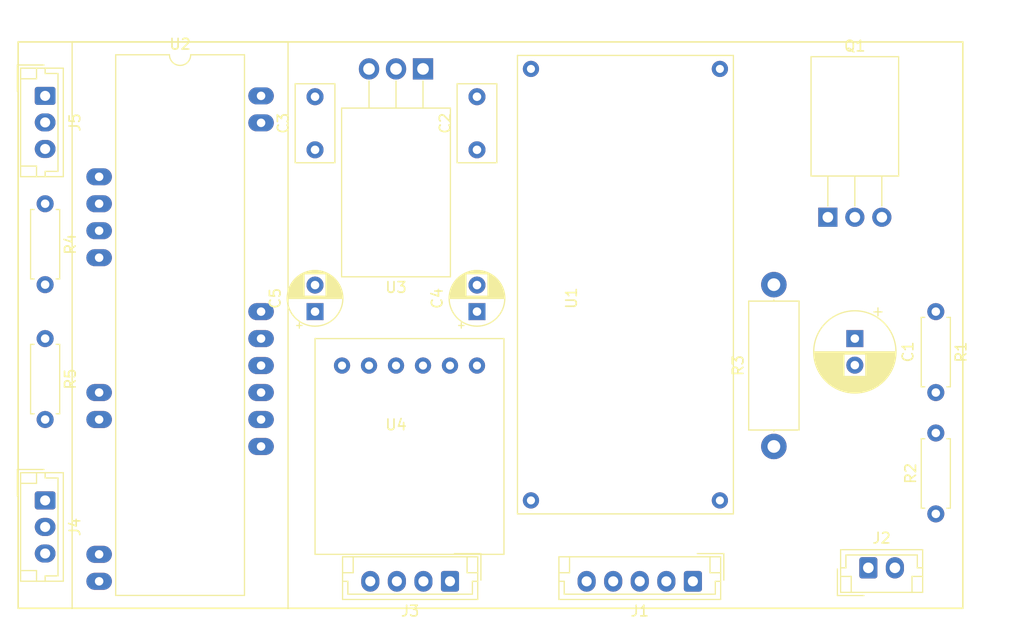
<source format=kicad_pcb>
(kicad_pcb (version 20171130) (host pcbnew "(5.1.5)-1")

  (general
    (thickness 1.6)
    (drawings 4)
    (tracks 0)
    (zones 0)
    (modules 20)
    (nets 25)
  )

  (page A4)
  (layers
    (0 F.Cu signal)
    (31 B.Cu signal)
    (32 B.Adhes user)
    (33 F.Adhes user)
    (34 B.Paste user)
    (35 F.Paste user)
    (36 B.SilkS user)
    (37 F.SilkS user)
    (38 B.Mask user)
    (39 F.Mask user)
    (40 Dwgs.User user)
    (41 Cmts.User user)
    (42 Eco1.User user)
    (43 Eco2.User user)
    (44 Edge.Cuts user)
    (45 Margin user)
    (46 B.CrtYd user)
    (47 F.CrtYd user)
    (48 B.Fab user)
    (49 F.Fab user)
  )

  (setup
    (last_trace_width 0.25)
    (trace_clearance 0.2)
    (zone_clearance 0.508)
    (zone_45_only no)
    (trace_min 0.2)
    (via_size 0.8)
    (via_drill 0.4)
    (via_min_size 0.4)
    (via_min_drill 0.3)
    (uvia_size 0.3)
    (uvia_drill 0.1)
    (uvias_allowed no)
    (uvia_min_size 0.2)
    (uvia_min_drill 0.1)
    (edge_width 0.1)
    (segment_width 0.2)
    (pcb_text_width 0.3)
    (pcb_text_size 1.5 1.5)
    (mod_edge_width 0.15)
    (mod_text_size 1 1)
    (mod_text_width 0.15)
    (pad_size 1.524 1.524)
    (pad_drill 0.762)
    (pad_to_mask_clearance 0)
    (aux_axis_origin 0 0)
    (visible_elements 7FFFFFFF)
    (pcbplotparams
      (layerselection 0x010fc_ffffffff)
      (usegerberextensions false)
      (usegerberattributes false)
      (usegerberadvancedattributes false)
      (creategerberjobfile false)
      (excludeedgelayer true)
      (linewidth 0.100000)
      (plotframeref false)
      (viasonmask false)
      (mode 1)
      (useauxorigin false)
      (hpglpennumber 1)
      (hpglpenspeed 20)
      (hpglpendiameter 15.000000)
      (psnegative false)
      (psa4output false)
      (plotreference true)
      (plotvalue true)
      (plotinvisibletext false)
      (padsonsilk false)
      (subtractmaskfromsilk false)
      (outputformat 1)
      (mirror false)
      (drillshape 1)
      (scaleselection 1)
      (outputdirectory ""))
  )

  (net 0 "")
  (net 1 "Net-(C1-Pad1)")
  (net 2 GND)
  (net 3 "Net-(C2-Pad1)")
  (net 4 "Net-(J1-Pad1)")
  (net 5 "Net-(J1-Pad2)")
  (net 6 "Net-(J1-Pad4)")
  (net 7 "Net-(J1-Pad5)")
  (net 8 "Net-(J3-Pad3)")
  (net 9 "Net-(J3-Pad4)")
  (net 10 "Net-(J5-Pad2)")
  (net 11 "Net-(Q1-Pad1)")
  (net 12 "Net-(R3-Pad1)")
  (net 13 "Net-(C3-Pad1)")
  (net 14 "Net-(C5-Pad1)")
  (net 15 "Net-(J4-Pad2)")
  (net 16 "Net-(U2-Pad39)")
  (net 17 "Net-(U2-Pad13)")
  (net 18 "Net-(U2-Pad31)")
  (net 19 "Net-(U2-Pad30)")
  (net 20 "Net-(U2-Pad29)")
  (net 21 "Net-(U2-Pad28)")
  (net 22 "Net-(U2-Pad7)")
  (net 23 "Net-(U2-Pad6)")
  (net 24 "Net-(U2-Pad5)")

  (net_class Default "Dies ist die voreingestellte Netzklasse."
    (clearance 0.2)
    (trace_width 0.25)
    (via_dia 0.8)
    (via_drill 0.4)
    (uvia_dia 0.3)
    (uvia_drill 0.1)
    (add_net GND)
    (add_net "Net-(C1-Pad1)")
    (add_net "Net-(C2-Pad1)")
    (add_net "Net-(C3-Pad1)")
    (add_net "Net-(C5-Pad1)")
    (add_net "Net-(J1-Pad1)")
    (add_net "Net-(J1-Pad2)")
    (add_net "Net-(J1-Pad4)")
    (add_net "Net-(J1-Pad5)")
    (add_net "Net-(J3-Pad3)")
    (add_net "Net-(J3-Pad4)")
    (add_net "Net-(J4-Pad2)")
    (add_net "Net-(J5-Pad2)")
    (add_net "Net-(Q1-Pad1)")
    (add_net "Net-(R3-Pad1)")
    (add_net "Net-(U2-Pad13)")
    (add_net "Net-(U2-Pad28)")
    (add_net "Net-(U2-Pad29)")
    (add_net "Net-(U2-Pad30)")
    (add_net "Net-(U2-Pad31)")
    (add_net "Net-(U2-Pad39)")
    (add_net "Net-(U2-Pad5)")
    (add_net "Net-(U2-Pad6)")
    (add_net "Net-(U2-Pad7)")
  )

  (module Battery:Step-Down (layer F.Cu) (tedit 5F8076F2) (tstamp 5F80BF51)
    (at 175.26 73.66 90)
    (path /5F80B93D)
    (fp_text reference U1 (at 8.89 -1.27 90) (layer F.SilkS)
      (effects (font (size 1 1) (thickness 0.15)))
    )
    (fp_text value Stepdown12V (at 8.89 2.54 90) (layer F.Fab)
      (effects (font (size 1 1) (thickness 0.15)))
    )
    (fp_line (start -11.43 -6.35) (end 31.75 -6.35) (layer F.SilkS) (width 0.12))
    (fp_line (start 31.75 -6.35) (end 31.75 13.97) (layer F.SilkS) (width 0.12))
    (fp_line (start 31.75 13.97) (end -11.43 13.97) (layer F.SilkS) (width 0.12))
    (fp_line (start -11.43 13.97) (end -11.43 -6.35) (layer F.SilkS) (width 0.12))
    (pad 1 thru_hole circle (at -10.16 -5.08 90) (size 1.524 1.524) (drill 0.762) (layers *.Cu *.Mask)
      (net 12 "Net-(R3-Pad1)"))
    (pad 2 thru_hole circle (at 30.48 -5.08 90) (size 1.524 1.524) (drill 0.762) (layers *.Cu *.Mask)
      (net 3 "Net-(C2-Pad1)"))
    (pad 3 thru_hole circle (at 30.48 12.7 90) (size 1.524 1.524) (drill 0.762) (layers *.Cu *.Mask)
      (net 2 GND))
    (pad 4 thru_hole circle (at -10.16 12.7 90) (size 1.524 1.524) (drill 0.762) (layers *.Cu *.Mask)
      (net 2 GND))
  )

  (module Capacitor_THT:CP_Radial_D7.5mm_P2.50mm (layer F.Cu) (tedit 5AE50EF0) (tstamp 5F80BCE5)
    (at 200.66 68.58 270)
    (descr "CP, Radial series, Radial, pin pitch=2.50mm, , diameter=7.5mm, Electrolytic Capacitor")
    (tags "CP Radial series Radial pin pitch 2.50mm  diameter 7.5mm Electrolytic Capacitor")
    (path /5F23E40C)
    (fp_text reference C1 (at 1.25 -5 90) (layer F.SilkS)
      (effects (font (size 1 1) (thickness 0.15)))
    )
    (fp_text value 47µ (at 1.25 5 90) (layer F.Fab)
      (effects (font (size 1 1) (thickness 0.15)))
    )
    (fp_circle (center 1.25 0) (end 5 0) (layer F.Fab) (width 0.1))
    (fp_circle (center 1.25 0) (end 5.12 0) (layer F.SilkS) (width 0.12))
    (fp_circle (center 1.25 0) (end 5.25 0) (layer F.CrtYd) (width 0.05))
    (fp_line (start -1.961233 -1.6375) (end -1.211233 -1.6375) (layer F.Fab) (width 0.1))
    (fp_line (start -1.586233 -2.0125) (end -1.586233 -1.2625) (layer F.Fab) (width 0.1))
    (fp_line (start 1.25 -3.83) (end 1.25 3.83) (layer F.SilkS) (width 0.12))
    (fp_line (start 1.29 -3.83) (end 1.29 3.83) (layer F.SilkS) (width 0.12))
    (fp_line (start 1.33 -3.83) (end 1.33 3.83) (layer F.SilkS) (width 0.12))
    (fp_line (start 1.37 -3.829) (end 1.37 3.829) (layer F.SilkS) (width 0.12))
    (fp_line (start 1.41 -3.827) (end 1.41 3.827) (layer F.SilkS) (width 0.12))
    (fp_line (start 1.45 -3.825) (end 1.45 3.825) (layer F.SilkS) (width 0.12))
    (fp_line (start 1.49 -3.823) (end 1.49 -1.04) (layer F.SilkS) (width 0.12))
    (fp_line (start 1.49 1.04) (end 1.49 3.823) (layer F.SilkS) (width 0.12))
    (fp_line (start 1.53 -3.82) (end 1.53 -1.04) (layer F.SilkS) (width 0.12))
    (fp_line (start 1.53 1.04) (end 1.53 3.82) (layer F.SilkS) (width 0.12))
    (fp_line (start 1.57 -3.817) (end 1.57 -1.04) (layer F.SilkS) (width 0.12))
    (fp_line (start 1.57 1.04) (end 1.57 3.817) (layer F.SilkS) (width 0.12))
    (fp_line (start 1.61 -3.814) (end 1.61 -1.04) (layer F.SilkS) (width 0.12))
    (fp_line (start 1.61 1.04) (end 1.61 3.814) (layer F.SilkS) (width 0.12))
    (fp_line (start 1.65 -3.81) (end 1.65 -1.04) (layer F.SilkS) (width 0.12))
    (fp_line (start 1.65 1.04) (end 1.65 3.81) (layer F.SilkS) (width 0.12))
    (fp_line (start 1.69 -3.805) (end 1.69 -1.04) (layer F.SilkS) (width 0.12))
    (fp_line (start 1.69 1.04) (end 1.69 3.805) (layer F.SilkS) (width 0.12))
    (fp_line (start 1.73 -3.801) (end 1.73 -1.04) (layer F.SilkS) (width 0.12))
    (fp_line (start 1.73 1.04) (end 1.73 3.801) (layer F.SilkS) (width 0.12))
    (fp_line (start 1.77 -3.795) (end 1.77 -1.04) (layer F.SilkS) (width 0.12))
    (fp_line (start 1.77 1.04) (end 1.77 3.795) (layer F.SilkS) (width 0.12))
    (fp_line (start 1.81 -3.79) (end 1.81 -1.04) (layer F.SilkS) (width 0.12))
    (fp_line (start 1.81 1.04) (end 1.81 3.79) (layer F.SilkS) (width 0.12))
    (fp_line (start 1.85 -3.784) (end 1.85 -1.04) (layer F.SilkS) (width 0.12))
    (fp_line (start 1.85 1.04) (end 1.85 3.784) (layer F.SilkS) (width 0.12))
    (fp_line (start 1.89 -3.777) (end 1.89 -1.04) (layer F.SilkS) (width 0.12))
    (fp_line (start 1.89 1.04) (end 1.89 3.777) (layer F.SilkS) (width 0.12))
    (fp_line (start 1.93 -3.77) (end 1.93 -1.04) (layer F.SilkS) (width 0.12))
    (fp_line (start 1.93 1.04) (end 1.93 3.77) (layer F.SilkS) (width 0.12))
    (fp_line (start 1.971 -3.763) (end 1.971 -1.04) (layer F.SilkS) (width 0.12))
    (fp_line (start 1.971 1.04) (end 1.971 3.763) (layer F.SilkS) (width 0.12))
    (fp_line (start 2.011 -3.755) (end 2.011 -1.04) (layer F.SilkS) (width 0.12))
    (fp_line (start 2.011 1.04) (end 2.011 3.755) (layer F.SilkS) (width 0.12))
    (fp_line (start 2.051 -3.747) (end 2.051 -1.04) (layer F.SilkS) (width 0.12))
    (fp_line (start 2.051 1.04) (end 2.051 3.747) (layer F.SilkS) (width 0.12))
    (fp_line (start 2.091 -3.738) (end 2.091 -1.04) (layer F.SilkS) (width 0.12))
    (fp_line (start 2.091 1.04) (end 2.091 3.738) (layer F.SilkS) (width 0.12))
    (fp_line (start 2.131 -3.729) (end 2.131 -1.04) (layer F.SilkS) (width 0.12))
    (fp_line (start 2.131 1.04) (end 2.131 3.729) (layer F.SilkS) (width 0.12))
    (fp_line (start 2.171 -3.72) (end 2.171 -1.04) (layer F.SilkS) (width 0.12))
    (fp_line (start 2.171 1.04) (end 2.171 3.72) (layer F.SilkS) (width 0.12))
    (fp_line (start 2.211 -3.71) (end 2.211 -1.04) (layer F.SilkS) (width 0.12))
    (fp_line (start 2.211 1.04) (end 2.211 3.71) (layer F.SilkS) (width 0.12))
    (fp_line (start 2.251 -3.699) (end 2.251 -1.04) (layer F.SilkS) (width 0.12))
    (fp_line (start 2.251 1.04) (end 2.251 3.699) (layer F.SilkS) (width 0.12))
    (fp_line (start 2.291 -3.688) (end 2.291 -1.04) (layer F.SilkS) (width 0.12))
    (fp_line (start 2.291 1.04) (end 2.291 3.688) (layer F.SilkS) (width 0.12))
    (fp_line (start 2.331 -3.677) (end 2.331 -1.04) (layer F.SilkS) (width 0.12))
    (fp_line (start 2.331 1.04) (end 2.331 3.677) (layer F.SilkS) (width 0.12))
    (fp_line (start 2.371 -3.665) (end 2.371 -1.04) (layer F.SilkS) (width 0.12))
    (fp_line (start 2.371 1.04) (end 2.371 3.665) (layer F.SilkS) (width 0.12))
    (fp_line (start 2.411 -3.653) (end 2.411 -1.04) (layer F.SilkS) (width 0.12))
    (fp_line (start 2.411 1.04) (end 2.411 3.653) (layer F.SilkS) (width 0.12))
    (fp_line (start 2.451 -3.64) (end 2.451 -1.04) (layer F.SilkS) (width 0.12))
    (fp_line (start 2.451 1.04) (end 2.451 3.64) (layer F.SilkS) (width 0.12))
    (fp_line (start 2.491 -3.626) (end 2.491 -1.04) (layer F.SilkS) (width 0.12))
    (fp_line (start 2.491 1.04) (end 2.491 3.626) (layer F.SilkS) (width 0.12))
    (fp_line (start 2.531 -3.613) (end 2.531 -1.04) (layer F.SilkS) (width 0.12))
    (fp_line (start 2.531 1.04) (end 2.531 3.613) (layer F.SilkS) (width 0.12))
    (fp_line (start 2.571 -3.598) (end 2.571 -1.04) (layer F.SilkS) (width 0.12))
    (fp_line (start 2.571 1.04) (end 2.571 3.598) (layer F.SilkS) (width 0.12))
    (fp_line (start 2.611 -3.584) (end 2.611 -1.04) (layer F.SilkS) (width 0.12))
    (fp_line (start 2.611 1.04) (end 2.611 3.584) (layer F.SilkS) (width 0.12))
    (fp_line (start 2.651 -3.568) (end 2.651 -1.04) (layer F.SilkS) (width 0.12))
    (fp_line (start 2.651 1.04) (end 2.651 3.568) (layer F.SilkS) (width 0.12))
    (fp_line (start 2.691 -3.553) (end 2.691 -1.04) (layer F.SilkS) (width 0.12))
    (fp_line (start 2.691 1.04) (end 2.691 3.553) (layer F.SilkS) (width 0.12))
    (fp_line (start 2.731 -3.536) (end 2.731 -1.04) (layer F.SilkS) (width 0.12))
    (fp_line (start 2.731 1.04) (end 2.731 3.536) (layer F.SilkS) (width 0.12))
    (fp_line (start 2.771 -3.52) (end 2.771 -1.04) (layer F.SilkS) (width 0.12))
    (fp_line (start 2.771 1.04) (end 2.771 3.52) (layer F.SilkS) (width 0.12))
    (fp_line (start 2.811 -3.502) (end 2.811 -1.04) (layer F.SilkS) (width 0.12))
    (fp_line (start 2.811 1.04) (end 2.811 3.502) (layer F.SilkS) (width 0.12))
    (fp_line (start 2.851 -3.484) (end 2.851 -1.04) (layer F.SilkS) (width 0.12))
    (fp_line (start 2.851 1.04) (end 2.851 3.484) (layer F.SilkS) (width 0.12))
    (fp_line (start 2.891 -3.466) (end 2.891 -1.04) (layer F.SilkS) (width 0.12))
    (fp_line (start 2.891 1.04) (end 2.891 3.466) (layer F.SilkS) (width 0.12))
    (fp_line (start 2.931 -3.447) (end 2.931 -1.04) (layer F.SilkS) (width 0.12))
    (fp_line (start 2.931 1.04) (end 2.931 3.447) (layer F.SilkS) (width 0.12))
    (fp_line (start 2.971 -3.427) (end 2.971 -1.04) (layer F.SilkS) (width 0.12))
    (fp_line (start 2.971 1.04) (end 2.971 3.427) (layer F.SilkS) (width 0.12))
    (fp_line (start 3.011 -3.407) (end 3.011 -1.04) (layer F.SilkS) (width 0.12))
    (fp_line (start 3.011 1.04) (end 3.011 3.407) (layer F.SilkS) (width 0.12))
    (fp_line (start 3.051 -3.386) (end 3.051 -1.04) (layer F.SilkS) (width 0.12))
    (fp_line (start 3.051 1.04) (end 3.051 3.386) (layer F.SilkS) (width 0.12))
    (fp_line (start 3.091 -3.365) (end 3.091 -1.04) (layer F.SilkS) (width 0.12))
    (fp_line (start 3.091 1.04) (end 3.091 3.365) (layer F.SilkS) (width 0.12))
    (fp_line (start 3.131 -3.343) (end 3.131 -1.04) (layer F.SilkS) (width 0.12))
    (fp_line (start 3.131 1.04) (end 3.131 3.343) (layer F.SilkS) (width 0.12))
    (fp_line (start 3.171 -3.321) (end 3.171 -1.04) (layer F.SilkS) (width 0.12))
    (fp_line (start 3.171 1.04) (end 3.171 3.321) (layer F.SilkS) (width 0.12))
    (fp_line (start 3.211 -3.297) (end 3.211 -1.04) (layer F.SilkS) (width 0.12))
    (fp_line (start 3.211 1.04) (end 3.211 3.297) (layer F.SilkS) (width 0.12))
    (fp_line (start 3.251 -3.274) (end 3.251 -1.04) (layer F.SilkS) (width 0.12))
    (fp_line (start 3.251 1.04) (end 3.251 3.274) (layer F.SilkS) (width 0.12))
    (fp_line (start 3.291 -3.249) (end 3.291 -1.04) (layer F.SilkS) (width 0.12))
    (fp_line (start 3.291 1.04) (end 3.291 3.249) (layer F.SilkS) (width 0.12))
    (fp_line (start 3.331 -3.224) (end 3.331 -1.04) (layer F.SilkS) (width 0.12))
    (fp_line (start 3.331 1.04) (end 3.331 3.224) (layer F.SilkS) (width 0.12))
    (fp_line (start 3.371 -3.198) (end 3.371 -1.04) (layer F.SilkS) (width 0.12))
    (fp_line (start 3.371 1.04) (end 3.371 3.198) (layer F.SilkS) (width 0.12))
    (fp_line (start 3.411 -3.172) (end 3.411 -1.04) (layer F.SilkS) (width 0.12))
    (fp_line (start 3.411 1.04) (end 3.411 3.172) (layer F.SilkS) (width 0.12))
    (fp_line (start 3.451 -3.144) (end 3.451 -1.04) (layer F.SilkS) (width 0.12))
    (fp_line (start 3.451 1.04) (end 3.451 3.144) (layer F.SilkS) (width 0.12))
    (fp_line (start 3.491 -3.116) (end 3.491 -1.04) (layer F.SilkS) (width 0.12))
    (fp_line (start 3.491 1.04) (end 3.491 3.116) (layer F.SilkS) (width 0.12))
    (fp_line (start 3.531 -3.088) (end 3.531 -1.04) (layer F.SilkS) (width 0.12))
    (fp_line (start 3.531 1.04) (end 3.531 3.088) (layer F.SilkS) (width 0.12))
    (fp_line (start 3.571 -3.058) (end 3.571 3.058) (layer F.SilkS) (width 0.12))
    (fp_line (start 3.611 -3.028) (end 3.611 3.028) (layer F.SilkS) (width 0.12))
    (fp_line (start 3.651 -2.996) (end 3.651 2.996) (layer F.SilkS) (width 0.12))
    (fp_line (start 3.691 -2.964) (end 3.691 2.964) (layer F.SilkS) (width 0.12))
    (fp_line (start 3.731 -2.931) (end 3.731 2.931) (layer F.SilkS) (width 0.12))
    (fp_line (start 3.771 -2.898) (end 3.771 2.898) (layer F.SilkS) (width 0.12))
    (fp_line (start 3.811 -2.863) (end 3.811 2.863) (layer F.SilkS) (width 0.12))
    (fp_line (start 3.851 -2.827) (end 3.851 2.827) (layer F.SilkS) (width 0.12))
    (fp_line (start 3.891 -2.79) (end 3.891 2.79) (layer F.SilkS) (width 0.12))
    (fp_line (start 3.931 -2.752) (end 3.931 2.752) (layer F.SilkS) (width 0.12))
    (fp_line (start 3.971 -2.713) (end 3.971 2.713) (layer F.SilkS) (width 0.12))
    (fp_line (start 4.011 -2.673) (end 4.011 2.673) (layer F.SilkS) (width 0.12))
    (fp_line (start 4.051 -2.632) (end 4.051 2.632) (layer F.SilkS) (width 0.12))
    (fp_line (start 4.091 -2.589) (end 4.091 2.589) (layer F.SilkS) (width 0.12))
    (fp_line (start 4.131 -2.546) (end 4.131 2.546) (layer F.SilkS) (width 0.12))
    (fp_line (start 4.171 -2.5) (end 4.171 2.5) (layer F.SilkS) (width 0.12))
    (fp_line (start 4.211 -2.454) (end 4.211 2.454) (layer F.SilkS) (width 0.12))
    (fp_line (start 4.251 -2.405) (end 4.251 2.405) (layer F.SilkS) (width 0.12))
    (fp_line (start 4.291 -2.355) (end 4.291 2.355) (layer F.SilkS) (width 0.12))
    (fp_line (start 4.331 -2.304) (end 4.331 2.304) (layer F.SilkS) (width 0.12))
    (fp_line (start 4.371 -2.25) (end 4.371 2.25) (layer F.SilkS) (width 0.12))
    (fp_line (start 4.411 -2.195) (end 4.411 2.195) (layer F.SilkS) (width 0.12))
    (fp_line (start 4.451 -2.137) (end 4.451 2.137) (layer F.SilkS) (width 0.12))
    (fp_line (start 4.491 -2.077) (end 4.491 2.077) (layer F.SilkS) (width 0.12))
    (fp_line (start 4.531 -2.014) (end 4.531 2.014) (layer F.SilkS) (width 0.12))
    (fp_line (start 4.571 -1.949) (end 4.571 1.949) (layer F.SilkS) (width 0.12))
    (fp_line (start 4.611 -1.881) (end 4.611 1.881) (layer F.SilkS) (width 0.12))
    (fp_line (start 4.651 -1.809) (end 4.651 1.809) (layer F.SilkS) (width 0.12))
    (fp_line (start 4.691 -1.733) (end 4.691 1.733) (layer F.SilkS) (width 0.12))
    (fp_line (start 4.731 -1.654) (end 4.731 1.654) (layer F.SilkS) (width 0.12))
    (fp_line (start 4.771 -1.569) (end 4.771 1.569) (layer F.SilkS) (width 0.12))
    (fp_line (start 4.811 -1.478) (end 4.811 1.478) (layer F.SilkS) (width 0.12))
    (fp_line (start 4.851 -1.381) (end 4.851 1.381) (layer F.SilkS) (width 0.12))
    (fp_line (start 4.891 -1.275) (end 4.891 1.275) (layer F.SilkS) (width 0.12))
    (fp_line (start 4.931 -1.158) (end 4.931 1.158) (layer F.SilkS) (width 0.12))
    (fp_line (start 4.971 -1.028) (end 4.971 1.028) (layer F.SilkS) (width 0.12))
    (fp_line (start 5.011 -0.877) (end 5.011 0.877) (layer F.SilkS) (width 0.12))
    (fp_line (start 5.051 -0.693) (end 5.051 0.693) (layer F.SilkS) (width 0.12))
    (fp_line (start 5.091 -0.441) (end 5.091 0.441) (layer F.SilkS) (width 0.12))
    (fp_line (start -2.892211 -2.175) (end -2.142211 -2.175) (layer F.SilkS) (width 0.12))
    (fp_line (start -2.517211 -2.55) (end -2.517211 -1.8) (layer F.SilkS) (width 0.12))
    (fp_text user %R (at 1.25 0 90) (layer F.Fab)
      (effects (font (size 1 1) (thickness 0.15)))
    )
    (pad 1 thru_hole rect (at 0 0 270) (size 1.6 1.6) (drill 0.8) (layers *.Cu *.Mask)
      (net 1 "Net-(C1-Pad1)"))
    (pad 2 thru_hole circle (at 2.5 0 270) (size 1.6 1.6) (drill 0.8) (layers *.Cu *.Mask)
      (net 2 GND))
    (model ${KISYS3DMOD}/Capacitor_THT.3dshapes/CP_Radial_D7.5mm_P2.50mm.wrl
      (at (xyz 0 0 0))
      (scale (xyz 1 1 1))
      (rotate (xyz 0 0 0))
    )
  )

  (module Capacitor_THT:C_Rect_L7.2mm_W3.5mm_P5.00mm_FKS2_FKP2_MKS2_MKP2 (layer F.Cu) (tedit 5AE50EF0) (tstamp 5F80C920)
    (at 165.1 50.8 90)
    (descr "C, Rect series, Radial, pin pitch=5.00mm, , length*width=7.2*3.5mm^2, Capacitor, http://www.wima.com/EN/WIMA_FKS_2.pdf")
    (tags "C Rect series Radial pin pitch 5.00mm  length 7.2mm width 3.5mm Capacitor")
    (path /5F83FABD)
    (fp_text reference C2 (at 2.5 -3 90) (layer F.SilkS)
      (effects (font (size 1 1) (thickness 0.15)))
    )
    (fp_text value "100 nF" (at 2.5 3 90) (layer F.Fab)
      (effects (font (size 1 1) (thickness 0.15)))
    )
    (fp_text user %R (at 2.5 0 90) (layer F.Fab)
      (effects (font (size 1 1) (thickness 0.15)))
    )
    (fp_line (start 6.35 -2) (end -1.35 -2) (layer F.CrtYd) (width 0.05))
    (fp_line (start 6.35 2) (end 6.35 -2) (layer F.CrtYd) (width 0.05))
    (fp_line (start -1.35 2) (end 6.35 2) (layer F.CrtYd) (width 0.05))
    (fp_line (start -1.35 -2) (end -1.35 2) (layer F.CrtYd) (width 0.05))
    (fp_line (start 6.22 -1.87) (end 6.22 1.87) (layer F.SilkS) (width 0.12))
    (fp_line (start -1.22 -1.87) (end -1.22 1.87) (layer F.SilkS) (width 0.12))
    (fp_line (start -1.22 1.87) (end 6.22 1.87) (layer F.SilkS) (width 0.12))
    (fp_line (start -1.22 -1.87) (end 6.22 -1.87) (layer F.SilkS) (width 0.12))
    (fp_line (start 6.1 -1.75) (end -1.1 -1.75) (layer F.Fab) (width 0.1))
    (fp_line (start 6.1 1.75) (end 6.1 -1.75) (layer F.Fab) (width 0.1))
    (fp_line (start -1.1 1.75) (end 6.1 1.75) (layer F.Fab) (width 0.1))
    (fp_line (start -1.1 -1.75) (end -1.1 1.75) (layer F.Fab) (width 0.1))
    (pad 2 thru_hole circle (at 5 0 90) (size 1.6 1.6) (drill 0.8) (layers *.Cu *.Mask)
      (net 2 GND))
    (pad 1 thru_hole circle (at 0 0 90) (size 1.6 1.6) (drill 0.8) (layers *.Cu *.Mask)
      (net 3 "Net-(C2-Pad1)"))
    (model ${KISYS3DMOD}/Capacitor_THT.3dshapes/C_Rect_L7.2mm_W3.5mm_P5.00mm_FKS2_FKP2_MKS2_MKP2.wrl
      (at (xyz 0 0 0))
      (scale (xyz 1 1 1))
      (rotate (xyz 0 0 0))
    )
  )

  (module Capacitor_THT:C_Rect_L7.2mm_W3.5mm_P5.00mm_FKS2_FKP2_MKS2_MKP2 (layer F.Cu) (tedit 5AE50EF0) (tstamp 5F80BD0B)
    (at 149.86 50.8 90)
    (descr "C, Rect series, Radial, pin pitch=5.00mm, , length*width=7.2*3.5mm^2, Capacitor, http://www.wima.com/EN/WIMA_FKS_2.pdf")
    (tags "C Rect series Radial pin pitch 5.00mm  length 7.2mm width 3.5mm Capacitor")
    (path /5F507691)
    (fp_text reference C3 (at 2.5 -3 90) (layer F.SilkS)
      (effects (font (size 1 1) (thickness 0.15)))
    )
    (fp_text value "100 nF" (at 2.5 3 90) (layer F.Fab)
      (effects (font (size 1 1) (thickness 0.15)))
    )
    (fp_line (start -1.1 -1.75) (end -1.1 1.75) (layer F.Fab) (width 0.1))
    (fp_line (start -1.1 1.75) (end 6.1 1.75) (layer F.Fab) (width 0.1))
    (fp_line (start 6.1 1.75) (end 6.1 -1.75) (layer F.Fab) (width 0.1))
    (fp_line (start 6.1 -1.75) (end -1.1 -1.75) (layer F.Fab) (width 0.1))
    (fp_line (start -1.22 -1.87) (end 6.22 -1.87) (layer F.SilkS) (width 0.12))
    (fp_line (start -1.22 1.87) (end 6.22 1.87) (layer F.SilkS) (width 0.12))
    (fp_line (start -1.22 -1.87) (end -1.22 1.87) (layer F.SilkS) (width 0.12))
    (fp_line (start 6.22 -1.87) (end 6.22 1.87) (layer F.SilkS) (width 0.12))
    (fp_line (start -1.35 -2) (end -1.35 2) (layer F.CrtYd) (width 0.05))
    (fp_line (start -1.35 2) (end 6.35 2) (layer F.CrtYd) (width 0.05))
    (fp_line (start 6.35 2) (end 6.35 -2) (layer F.CrtYd) (width 0.05))
    (fp_line (start 6.35 -2) (end -1.35 -2) (layer F.CrtYd) (width 0.05))
    (fp_text user %R (at 2.5 0 90) (layer F.Fab)
      (effects (font (size 1 1) (thickness 0.15)))
    )
    (pad 1 thru_hole circle (at 0 0 90) (size 1.6 1.6) (drill 0.8) (layers *.Cu *.Mask)
      (net 13 "Net-(C3-Pad1)"))
    (pad 2 thru_hole circle (at 5 0 90) (size 1.6 1.6) (drill 0.8) (layers *.Cu *.Mask)
      (net 2 GND))
    (model ${KISYS3DMOD}/Capacitor_THT.3dshapes/C_Rect_L7.2mm_W3.5mm_P5.00mm_FKS2_FKP2_MKS2_MKP2.wrl
      (at (xyz 0 0 0))
      (scale (xyz 1 1 1))
      (rotate (xyz 0 0 0))
    )
  )

  (module Capacitor_THT:CP_Radial_D5.0mm_P2.50mm (layer F.Cu) (tedit 5AE50EF0) (tstamp 5F80BD8F)
    (at 165.1 66.04 90)
    (descr "CP, Radial series, Radial, pin pitch=2.50mm, , diameter=5mm, Electrolytic Capacitor")
    (tags "CP Radial series Radial pin pitch 2.50mm  diameter 5mm Electrolytic Capacitor")
    (path /5F509FC6)
    (fp_text reference C4 (at 1.25 -3.75 90) (layer F.SilkS)
      (effects (font (size 1 1) (thickness 0.15)))
    )
    (fp_text value "10 uF" (at 1.25 3.75 90) (layer F.Fab)
      (effects (font (size 1 1) (thickness 0.15)))
    )
    (fp_circle (center 1.25 0) (end 3.75 0) (layer F.Fab) (width 0.1))
    (fp_circle (center 1.25 0) (end 3.87 0) (layer F.SilkS) (width 0.12))
    (fp_circle (center 1.25 0) (end 4 0) (layer F.CrtYd) (width 0.05))
    (fp_line (start -0.883605 -1.0875) (end -0.383605 -1.0875) (layer F.Fab) (width 0.1))
    (fp_line (start -0.633605 -1.3375) (end -0.633605 -0.8375) (layer F.Fab) (width 0.1))
    (fp_line (start 1.25 -2.58) (end 1.25 2.58) (layer F.SilkS) (width 0.12))
    (fp_line (start 1.29 -2.58) (end 1.29 2.58) (layer F.SilkS) (width 0.12))
    (fp_line (start 1.33 -2.579) (end 1.33 2.579) (layer F.SilkS) (width 0.12))
    (fp_line (start 1.37 -2.578) (end 1.37 2.578) (layer F.SilkS) (width 0.12))
    (fp_line (start 1.41 -2.576) (end 1.41 2.576) (layer F.SilkS) (width 0.12))
    (fp_line (start 1.45 -2.573) (end 1.45 2.573) (layer F.SilkS) (width 0.12))
    (fp_line (start 1.49 -2.569) (end 1.49 -1.04) (layer F.SilkS) (width 0.12))
    (fp_line (start 1.49 1.04) (end 1.49 2.569) (layer F.SilkS) (width 0.12))
    (fp_line (start 1.53 -2.565) (end 1.53 -1.04) (layer F.SilkS) (width 0.12))
    (fp_line (start 1.53 1.04) (end 1.53 2.565) (layer F.SilkS) (width 0.12))
    (fp_line (start 1.57 -2.561) (end 1.57 -1.04) (layer F.SilkS) (width 0.12))
    (fp_line (start 1.57 1.04) (end 1.57 2.561) (layer F.SilkS) (width 0.12))
    (fp_line (start 1.61 -2.556) (end 1.61 -1.04) (layer F.SilkS) (width 0.12))
    (fp_line (start 1.61 1.04) (end 1.61 2.556) (layer F.SilkS) (width 0.12))
    (fp_line (start 1.65 -2.55) (end 1.65 -1.04) (layer F.SilkS) (width 0.12))
    (fp_line (start 1.65 1.04) (end 1.65 2.55) (layer F.SilkS) (width 0.12))
    (fp_line (start 1.69 -2.543) (end 1.69 -1.04) (layer F.SilkS) (width 0.12))
    (fp_line (start 1.69 1.04) (end 1.69 2.543) (layer F.SilkS) (width 0.12))
    (fp_line (start 1.73 -2.536) (end 1.73 -1.04) (layer F.SilkS) (width 0.12))
    (fp_line (start 1.73 1.04) (end 1.73 2.536) (layer F.SilkS) (width 0.12))
    (fp_line (start 1.77 -2.528) (end 1.77 -1.04) (layer F.SilkS) (width 0.12))
    (fp_line (start 1.77 1.04) (end 1.77 2.528) (layer F.SilkS) (width 0.12))
    (fp_line (start 1.81 -2.52) (end 1.81 -1.04) (layer F.SilkS) (width 0.12))
    (fp_line (start 1.81 1.04) (end 1.81 2.52) (layer F.SilkS) (width 0.12))
    (fp_line (start 1.85 -2.511) (end 1.85 -1.04) (layer F.SilkS) (width 0.12))
    (fp_line (start 1.85 1.04) (end 1.85 2.511) (layer F.SilkS) (width 0.12))
    (fp_line (start 1.89 -2.501) (end 1.89 -1.04) (layer F.SilkS) (width 0.12))
    (fp_line (start 1.89 1.04) (end 1.89 2.501) (layer F.SilkS) (width 0.12))
    (fp_line (start 1.93 -2.491) (end 1.93 -1.04) (layer F.SilkS) (width 0.12))
    (fp_line (start 1.93 1.04) (end 1.93 2.491) (layer F.SilkS) (width 0.12))
    (fp_line (start 1.971 -2.48) (end 1.971 -1.04) (layer F.SilkS) (width 0.12))
    (fp_line (start 1.971 1.04) (end 1.971 2.48) (layer F.SilkS) (width 0.12))
    (fp_line (start 2.011 -2.468) (end 2.011 -1.04) (layer F.SilkS) (width 0.12))
    (fp_line (start 2.011 1.04) (end 2.011 2.468) (layer F.SilkS) (width 0.12))
    (fp_line (start 2.051 -2.455) (end 2.051 -1.04) (layer F.SilkS) (width 0.12))
    (fp_line (start 2.051 1.04) (end 2.051 2.455) (layer F.SilkS) (width 0.12))
    (fp_line (start 2.091 -2.442) (end 2.091 -1.04) (layer F.SilkS) (width 0.12))
    (fp_line (start 2.091 1.04) (end 2.091 2.442) (layer F.SilkS) (width 0.12))
    (fp_line (start 2.131 -2.428) (end 2.131 -1.04) (layer F.SilkS) (width 0.12))
    (fp_line (start 2.131 1.04) (end 2.131 2.428) (layer F.SilkS) (width 0.12))
    (fp_line (start 2.171 -2.414) (end 2.171 -1.04) (layer F.SilkS) (width 0.12))
    (fp_line (start 2.171 1.04) (end 2.171 2.414) (layer F.SilkS) (width 0.12))
    (fp_line (start 2.211 -2.398) (end 2.211 -1.04) (layer F.SilkS) (width 0.12))
    (fp_line (start 2.211 1.04) (end 2.211 2.398) (layer F.SilkS) (width 0.12))
    (fp_line (start 2.251 -2.382) (end 2.251 -1.04) (layer F.SilkS) (width 0.12))
    (fp_line (start 2.251 1.04) (end 2.251 2.382) (layer F.SilkS) (width 0.12))
    (fp_line (start 2.291 -2.365) (end 2.291 -1.04) (layer F.SilkS) (width 0.12))
    (fp_line (start 2.291 1.04) (end 2.291 2.365) (layer F.SilkS) (width 0.12))
    (fp_line (start 2.331 -2.348) (end 2.331 -1.04) (layer F.SilkS) (width 0.12))
    (fp_line (start 2.331 1.04) (end 2.331 2.348) (layer F.SilkS) (width 0.12))
    (fp_line (start 2.371 -2.329) (end 2.371 -1.04) (layer F.SilkS) (width 0.12))
    (fp_line (start 2.371 1.04) (end 2.371 2.329) (layer F.SilkS) (width 0.12))
    (fp_line (start 2.411 -2.31) (end 2.411 -1.04) (layer F.SilkS) (width 0.12))
    (fp_line (start 2.411 1.04) (end 2.411 2.31) (layer F.SilkS) (width 0.12))
    (fp_line (start 2.451 -2.29) (end 2.451 -1.04) (layer F.SilkS) (width 0.12))
    (fp_line (start 2.451 1.04) (end 2.451 2.29) (layer F.SilkS) (width 0.12))
    (fp_line (start 2.491 -2.268) (end 2.491 -1.04) (layer F.SilkS) (width 0.12))
    (fp_line (start 2.491 1.04) (end 2.491 2.268) (layer F.SilkS) (width 0.12))
    (fp_line (start 2.531 -2.247) (end 2.531 -1.04) (layer F.SilkS) (width 0.12))
    (fp_line (start 2.531 1.04) (end 2.531 2.247) (layer F.SilkS) (width 0.12))
    (fp_line (start 2.571 -2.224) (end 2.571 -1.04) (layer F.SilkS) (width 0.12))
    (fp_line (start 2.571 1.04) (end 2.571 2.224) (layer F.SilkS) (width 0.12))
    (fp_line (start 2.611 -2.2) (end 2.611 -1.04) (layer F.SilkS) (width 0.12))
    (fp_line (start 2.611 1.04) (end 2.611 2.2) (layer F.SilkS) (width 0.12))
    (fp_line (start 2.651 -2.175) (end 2.651 -1.04) (layer F.SilkS) (width 0.12))
    (fp_line (start 2.651 1.04) (end 2.651 2.175) (layer F.SilkS) (width 0.12))
    (fp_line (start 2.691 -2.149) (end 2.691 -1.04) (layer F.SilkS) (width 0.12))
    (fp_line (start 2.691 1.04) (end 2.691 2.149) (layer F.SilkS) (width 0.12))
    (fp_line (start 2.731 -2.122) (end 2.731 -1.04) (layer F.SilkS) (width 0.12))
    (fp_line (start 2.731 1.04) (end 2.731 2.122) (layer F.SilkS) (width 0.12))
    (fp_line (start 2.771 -2.095) (end 2.771 -1.04) (layer F.SilkS) (width 0.12))
    (fp_line (start 2.771 1.04) (end 2.771 2.095) (layer F.SilkS) (width 0.12))
    (fp_line (start 2.811 -2.065) (end 2.811 -1.04) (layer F.SilkS) (width 0.12))
    (fp_line (start 2.811 1.04) (end 2.811 2.065) (layer F.SilkS) (width 0.12))
    (fp_line (start 2.851 -2.035) (end 2.851 -1.04) (layer F.SilkS) (width 0.12))
    (fp_line (start 2.851 1.04) (end 2.851 2.035) (layer F.SilkS) (width 0.12))
    (fp_line (start 2.891 -2.004) (end 2.891 -1.04) (layer F.SilkS) (width 0.12))
    (fp_line (start 2.891 1.04) (end 2.891 2.004) (layer F.SilkS) (width 0.12))
    (fp_line (start 2.931 -1.971) (end 2.931 -1.04) (layer F.SilkS) (width 0.12))
    (fp_line (start 2.931 1.04) (end 2.931 1.971) (layer F.SilkS) (width 0.12))
    (fp_line (start 2.971 -1.937) (end 2.971 -1.04) (layer F.SilkS) (width 0.12))
    (fp_line (start 2.971 1.04) (end 2.971 1.937) (layer F.SilkS) (width 0.12))
    (fp_line (start 3.011 -1.901) (end 3.011 -1.04) (layer F.SilkS) (width 0.12))
    (fp_line (start 3.011 1.04) (end 3.011 1.901) (layer F.SilkS) (width 0.12))
    (fp_line (start 3.051 -1.864) (end 3.051 -1.04) (layer F.SilkS) (width 0.12))
    (fp_line (start 3.051 1.04) (end 3.051 1.864) (layer F.SilkS) (width 0.12))
    (fp_line (start 3.091 -1.826) (end 3.091 -1.04) (layer F.SilkS) (width 0.12))
    (fp_line (start 3.091 1.04) (end 3.091 1.826) (layer F.SilkS) (width 0.12))
    (fp_line (start 3.131 -1.785) (end 3.131 -1.04) (layer F.SilkS) (width 0.12))
    (fp_line (start 3.131 1.04) (end 3.131 1.785) (layer F.SilkS) (width 0.12))
    (fp_line (start 3.171 -1.743) (end 3.171 -1.04) (layer F.SilkS) (width 0.12))
    (fp_line (start 3.171 1.04) (end 3.171 1.743) (layer F.SilkS) (width 0.12))
    (fp_line (start 3.211 -1.699) (end 3.211 -1.04) (layer F.SilkS) (width 0.12))
    (fp_line (start 3.211 1.04) (end 3.211 1.699) (layer F.SilkS) (width 0.12))
    (fp_line (start 3.251 -1.653) (end 3.251 -1.04) (layer F.SilkS) (width 0.12))
    (fp_line (start 3.251 1.04) (end 3.251 1.653) (layer F.SilkS) (width 0.12))
    (fp_line (start 3.291 -1.605) (end 3.291 -1.04) (layer F.SilkS) (width 0.12))
    (fp_line (start 3.291 1.04) (end 3.291 1.605) (layer F.SilkS) (width 0.12))
    (fp_line (start 3.331 -1.554) (end 3.331 -1.04) (layer F.SilkS) (width 0.12))
    (fp_line (start 3.331 1.04) (end 3.331 1.554) (layer F.SilkS) (width 0.12))
    (fp_line (start 3.371 -1.5) (end 3.371 -1.04) (layer F.SilkS) (width 0.12))
    (fp_line (start 3.371 1.04) (end 3.371 1.5) (layer F.SilkS) (width 0.12))
    (fp_line (start 3.411 -1.443) (end 3.411 -1.04) (layer F.SilkS) (width 0.12))
    (fp_line (start 3.411 1.04) (end 3.411 1.443) (layer F.SilkS) (width 0.12))
    (fp_line (start 3.451 -1.383) (end 3.451 -1.04) (layer F.SilkS) (width 0.12))
    (fp_line (start 3.451 1.04) (end 3.451 1.383) (layer F.SilkS) (width 0.12))
    (fp_line (start 3.491 -1.319) (end 3.491 -1.04) (layer F.SilkS) (width 0.12))
    (fp_line (start 3.491 1.04) (end 3.491 1.319) (layer F.SilkS) (width 0.12))
    (fp_line (start 3.531 -1.251) (end 3.531 -1.04) (layer F.SilkS) (width 0.12))
    (fp_line (start 3.531 1.04) (end 3.531 1.251) (layer F.SilkS) (width 0.12))
    (fp_line (start 3.571 -1.178) (end 3.571 1.178) (layer F.SilkS) (width 0.12))
    (fp_line (start 3.611 -1.098) (end 3.611 1.098) (layer F.SilkS) (width 0.12))
    (fp_line (start 3.651 -1.011) (end 3.651 1.011) (layer F.SilkS) (width 0.12))
    (fp_line (start 3.691 -0.915) (end 3.691 0.915) (layer F.SilkS) (width 0.12))
    (fp_line (start 3.731 -0.805) (end 3.731 0.805) (layer F.SilkS) (width 0.12))
    (fp_line (start 3.771 -0.677) (end 3.771 0.677) (layer F.SilkS) (width 0.12))
    (fp_line (start 3.811 -0.518) (end 3.811 0.518) (layer F.SilkS) (width 0.12))
    (fp_line (start 3.851 -0.284) (end 3.851 0.284) (layer F.SilkS) (width 0.12))
    (fp_line (start -1.554775 -1.475) (end -1.054775 -1.475) (layer F.SilkS) (width 0.12))
    (fp_line (start -1.304775 -1.725) (end -1.304775 -1.225) (layer F.SilkS) (width 0.12))
    (fp_text user %R (at 1.25 0 90) (layer F.Fab)
      (effects (font (size 1 1) (thickness 0.15)))
    )
    (pad 1 thru_hole rect (at 0 0 90) (size 1.6 1.6) (drill 0.8) (layers *.Cu *.Mask)
      (net 13 "Net-(C3-Pad1)"))
    (pad 2 thru_hole circle (at 2.5 0 90) (size 1.6 1.6) (drill 0.8) (layers *.Cu *.Mask)
      (net 2 GND))
    (model ${KISYS3DMOD}/Capacitor_THT.3dshapes/CP_Radial_D5.0mm_P2.50mm.wrl
      (at (xyz 0 0 0))
      (scale (xyz 1 1 1))
      (rotate (xyz 0 0 0))
    )
  )

  (module Capacitor_THT:CP_Radial_D5.0mm_P2.50mm (layer F.Cu) (tedit 5AE50EF0) (tstamp 5F80BE13)
    (at 149.86 66.04 90)
    (descr "CP, Radial series, Radial, pin pitch=2.50mm, , diameter=5mm, Electrolytic Capacitor")
    (tags "CP Radial series Radial pin pitch 2.50mm  diameter 5mm Electrolytic Capacitor")
    (path /5F83993A)
    (fp_text reference C5 (at 1.25 -3.75 90) (layer F.SilkS)
      (effects (font (size 1 1) (thickness 0.15)))
    )
    (fp_text value "10 uF" (at 1.25 3.75 90) (layer F.Fab)
      (effects (font (size 1 1) (thickness 0.15)))
    )
    (fp_text user %R (at 1.25 0 90) (layer F.Fab)
      (effects (font (size 1 1) (thickness 0.15)))
    )
    (fp_line (start -1.304775 -1.725) (end -1.304775 -1.225) (layer F.SilkS) (width 0.12))
    (fp_line (start -1.554775 -1.475) (end -1.054775 -1.475) (layer F.SilkS) (width 0.12))
    (fp_line (start 3.851 -0.284) (end 3.851 0.284) (layer F.SilkS) (width 0.12))
    (fp_line (start 3.811 -0.518) (end 3.811 0.518) (layer F.SilkS) (width 0.12))
    (fp_line (start 3.771 -0.677) (end 3.771 0.677) (layer F.SilkS) (width 0.12))
    (fp_line (start 3.731 -0.805) (end 3.731 0.805) (layer F.SilkS) (width 0.12))
    (fp_line (start 3.691 -0.915) (end 3.691 0.915) (layer F.SilkS) (width 0.12))
    (fp_line (start 3.651 -1.011) (end 3.651 1.011) (layer F.SilkS) (width 0.12))
    (fp_line (start 3.611 -1.098) (end 3.611 1.098) (layer F.SilkS) (width 0.12))
    (fp_line (start 3.571 -1.178) (end 3.571 1.178) (layer F.SilkS) (width 0.12))
    (fp_line (start 3.531 1.04) (end 3.531 1.251) (layer F.SilkS) (width 0.12))
    (fp_line (start 3.531 -1.251) (end 3.531 -1.04) (layer F.SilkS) (width 0.12))
    (fp_line (start 3.491 1.04) (end 3.491 1.319) (layer F.SilkS) (width 0.12))
    (fp_line (start 3.491 -1.319) (end 3.491 -1.04) (layer F.SilkS) (width 0.12))
    (fp_line (start 3.451 1.04) (end 3.451 1.383) (layer F.SilkS) (width 0.12))
    (fp_line (start 3.451 -1.383) (end 3.451 -1.04) (layer F.SilkS) (width 0.12))
    (fp_line (start 3.411 1.04) (end 3.411 1.443) (layer F.SilkS) (width 0.12))
    (fp_line (start 3.411 -1.443) (end 3.411 -1.04) (layer F.SilkS) (width 0.12))
    (fp_line (start 3.371 1.04) (end 3.371 1.5) (layer F.SilkS) (width 0.12))
    (fp_line (start 3.371 -1.5) (end 3.371 -1.04) (layer F.SilkS) (width 0.12))
    (fp_line (start 3.331 1.04) (end 3.331 1.554) (layer F.SilkS) (width 0.12))
    (fp_line (start 3.331 -1.554) (end 3.331 -1.04) (layer F.SilkS) (width 0.12))
    (fp_line (start 3.291 1.04) (end 3.291 1.605) (layer F.SilkS) (width 0.12))
    (fp_line (start 3.291 -1.605) (end 3.291 -1.04) (layer F.SilkS) (width 0.12))
    (fp_line (start 3.251 1.04) (end 3.251 1.653) (layer F.SilkS) (width 0.12))
    (fp_line (start 3.251 -1.653) (end 3.251 -1.04) (layer F.SilkS) (width 0.12))
    (fp_line (start 3.211 1.04) (end 3.211 1.699) (layer F.SilkS) (width 0.12))
    (fp_line (start 3.211 -1.699) (end 3.211 -1.04) (layer F.SilkS) (width 0.12))
    (fp_line (start 3.171 1.04) (end 3.171 1.743) (layer F.SilkS) (width 0.12))
    (fp_line (start 3.171 -1.743) (end 3.171 -1.04) (layer F.SilkS) (width 0.12))
    (fp_line (start 3.131 1.04) (end 3.131 1.785) (layer F.SilkS) (width 0.12))
    (fp_line (start 3.131 -1.785) (end 3.131 -1.04) (layer F.SilkS) (width 0.12))
    (fp_line (start 3.091 1.04) (end 3.091 1.826) (layer F.SilkS) (width 0.12))
    (fp_line (start 3.091 -1.826) (end 3.091 -1.04) (layer F.SilkS) (width 0.12))
    (fp_line (start 3.051 1.04) (end 3.051 1.864) (layer F.SilkS) (width 0.12))
    (fp_line (start 3.051 -1.864) (end 3.051 -1.04) (layer F.SilkS) (width 0.12))
    (fp_line (start 3.011 1.04) (end 3.011 1.901) (layer F.SilkS) (width 0.12))
    (fp_line (start 3.011 -1.901) (end 3.011 -1.04) (layer F.SilkS) (width 0.12))
    (fp_line (start 2.971 1.04) (end 2.971 1.937) (layer F.SilkS) (width 0.12))
    (fp_line (start 2.971 -1.937) (end 2.971 -1.04) (layer F.SilkS) (width 0.12))
    (fp_line (start 2.931 1.04) (end 2.931 1.971) (layer F.SilkS) (width 0.12))
    (fp_line (start 2.931 -1.971) (end 2.931 -1.04) (layer F.SilkS) (width 0.12))
    (fp_line (start 2.891 1.04) (end 2.891 2.004) (layer F.SilkS) (width 0.12))
    (fp_line (start 2.891 -2.004) (end 2.891 -1.04) (layer F.SilkS) (width 0.12))
    (fp_line (start 2.851 1.04) (end 2.851 2.035) (layer F.SilkS) (width 0.12))
    (fp_line (start 2.851 -2.035) (end 2.851 -1.04) (layer F.SilkS) (width 0.12))
    (fp_line (start 2.811 1.04) (end 2.811 2.065) (layer F.SilkS) (width 0.12))
    (fp_line (start 2.811 -2.065) (end 2.811 -1.04) (layer F.SilkS) (width 0.12))
    (fp_line (start 2.771 1.04) (end 2.771 2.095) (layer F.SilkS) (width 0.12))
    (fp_line (start 2.771 -2.095) (end 2.771 -1.04) (layer F.SilkS) (width 0.12))
    (fp_line (start 2.731 1.04) (end 2.731 2.122) (layer F.SilkS) (width 0.12))
    (fp_line (start 2.731 -2.122) (end 2.731 -1.04) (layer F.SilkS) (width 0.12))
    (fp_line (start 2.691 1.04) (end 2.691 2.149) (layer F.SilkS) (width 0.12))
    (fp_line (start 2.691 -2.149) (end 2.691 -1.04) (layer F.SilkS) (width 0.12))
    (fp_line (start 2.651 1.04) (end 2.651 2.175) (layer F.SilkS) (width 0.12))
    (fp_line (start 2.651 -2.175) (end 2.651 -1.04) (layer F.SilkS) (width 0.12))
    (fp_line (start 2.611 1.04) (end 2.611 2.2) (layer F.SilkS) (width 0.12))
    (fp_line (start 2.611 -2.2) (end 2.611 -1.04) (layer F.SilkS) (width 0.12))
    (fp_line (start 2.571 1.04) (end 2.571 2.224) (layer F.SilkS) (width 0.12))
    (fp_line (start 2.571 -2.224) (end 2.571 -1.04) (layer F.SilkS) (width 0.12))
    (fp_line (start 2.531 1.04) (end 2.531 2.247) (layer F.SilkS) (width 0.12))
    (fp_line (start 2.531 -2.247) (end 2.531 -1.04) (layer F.SilkS) (width 0.12))
    (fp_line (start 2.491 1.04) (end 2.491 2.268) (layer F.SilkS) (width 0.12))
    (fp_line (start 2.491 -2.268) (end 2.491 -1.04) (layer F.SilkS) (width 0.12))
    (fp_line (start 2.451 1.04) (end 2.451 2.29) (layer F.SilkS) (width 0.12))
    (fp_line (start 2.451 -2.29) (end 2.451 -1.04) (layer F.SilkS) (width 0.12))
    (fp_line (start 2.411 1.04) (end 2.411 2.31) (layer F.SilkS) (width 0.12))
    (fp_line (start 2.411 -2.31) (end 2.411 -1.04) (layer F.SilkS) (width 0.12))
    (fp_line (start 2.371 1.04) (end 2.371 2.329) (layer F.SilkS) (width 0.12))
    (fp_line (start 2.371 -2.329) (end 2.371 -1.04) (layer F.SilkS) (width 0.12))
    (fp_line (start 2.331 1.04) (end 2.331 2.348) (layer F.SilkS) (width 0.12))
    (fp_line (start 2.331 -2.348) (end 2.331 -1.04) (layer F.SilkS) (width 0.12))
    (fp_line (start 2.291 1.04) (end 2.291 2.365) (layer F.SilkS) (width 0.12))
    (fp_line (start 2.291 -2.365) (end 2.291 -1.04) (layer F.SilkS) (width 0.12))
    (fp_line (start 2.251 1.04) (end 2.251 2.382) (layer F.SilkS) (width 0.12))
    (fp_line (start 2.251 -2.382) (end 2.251 -1.04) (layer F.SilkS) (width 0.12))
    (fp_line (start 2.211 1.04) (end 2.211 2.398) (layer F.SilkS) (width 0.12))
    (fp_line (start 2.211 -2.398) (end 2.211 -1.04) (layer F.SilkS) (width 0.12))
    (fp_line (start 2.171 1.04) (end 2.171 2.414) (layer F.SilkS) (width 0.12))
    (fp_line (start 2.171 -2.414) (end 2.171 -1.04) (layer F.SilkS) (width 0.12))
    (fp_line (start 2.131 1.04) (end 2.131 2.428) (layer F.SilkS) (width 0.12))
    (fp_line (start 2.131 -2.428) (end 2.131 -1.04) (layer F.SilkS) (width 0.12))
    (fp_line (start 2.091 1.04) (end 2.091 2.442) (layer F.SilkS) (width 0.12))
    (fp_line (start 2.091 -2.442) (end 2.091 -1.04) (layer F.SilkS) (width 0.12))
    (fp_line (start 2.051 1.04) (end 2.051 2.455) (layer F.SilkS) (width 0.12))
    (fp_line (start 2.051 -2.455) (end 2.051 -1.04) (layer F.SilkS) (width 0.12))
    (fp_line (start 2.011 1.04) (end 2.011 2.468) (layer F.SilkS) (width 0.12))
    (fp_line (start 2.011 -2.468) (end 2.011 -1.04) (layer F.SilkS) (width 0.12))
    (fp_line (start 1.971 1.04) (end 1.971 2.48) (layer F.SilkS) (width 0.12))
    (fp_line (start 1.971 -2.48) (end 1.971 -1.04) (layer F.SilkS) (width 0.12))
    (fp_line (start 1.93 1.04) (end 1.93 2.491) (layer F.SilkS) (width 0.12))
    (fp_line (start 1.93 -2.491) (end 1.93 -1.04) (layer F.SilkS) (width 0.12))
    (fp_line (start 1.89 1.04) (end 1.89 2.501) (layer F.SilkS) (width 0.12))
    (fp_line (start 1.89 -2.501) (end 1.89 -1.04) (layer F.SilkS) (width 0.12))
    (fp_line (start 1.85 1.04) (end 1.85 2.511) (layer F.SilkS) (width 0.12))
    (fp_line (start 1.85 -2.511) (end 1.85 -1.04) (layer F.SilkS) (width 0.12))
    (fp_line (start 1.81 1.04) (end 1.81 2.52) (layer F.SilkS) (width 0.12))
    (fp_line (start 1.81 -2.52) (end 1.81 -1.04) (layer F.SilkS) (width 0.12))
    (fp_line (start 1.77 1.04) (end 1.77 2.528) (layer F.SilkS) (width 0.12))
    (fp_line (start 1.77 -2.528) (end 1.77 -1.04) (layer F.SilkS) (width 0.12))
    (fp_line (start 1.73 1.04) (end 1.73 2.536) (layer F.SilkS) (width 0.12))
    (fp_line (start 1.73 -2.536) (end 1.73 -1.04) (layer F.SilkS) (width 0.12))
    (fp_line (start 1.69 1.04) (end 1.69 2.543) (layer F.SilkS) (width 0.12))
    (fp_line (start 1.69 -2.543) (end 1.69 -1.04) (layer F.SilkS) (width 0.12))
    (fp_line (start 1.65 1.04) (end 1.65 2.55) (layer F.SilkS) (width 0.12))
    (fp_line (start 1.65 -2.55) (end 1.65 -1.04) (layer F.SilkS) (width 0.12))
    (fp_line (start 1.61 1.04) (end 1.61 2.556) (layer F.SilkS) (width 0.12))
    (fp_line (start 1.61 -2.556) (end 1.61 -1.04) (layer F.SilkS) (width 0.12))
    (fp_line (start 1.57 1.04) (end 1.57 2.561) (layer F.SilkS) (width 0.12))
    (fp_line (start 1.57 -2.561) (end 1.57 -1.04) (layer F.SilkS) (width 0.12))
    (fp_line (start 1.53 1.04) (end 1.53 2.565) (layer F.SilkS) (width 0.12))
    (fp_line (start 1.53 -2.565) (end 1.53 -1.04) (layer F.SilkS) (width 0.12))
    (fp_line (start 1.49 1.04) (end 1.49 2.569) (layer F.SilkS) (width 0.12))
    (fp_line (start 1.49 -2.569) (end 1.49 -1.04) (layer F.SilkS) (width 0.12))
    (fp_line (start 1.45 -2.573) (end 1.45 2.573) (layer F.SilkS) (width 0.12))
    (fp_line (start 1.41 -2.576) (end 1.41 2.576) (layer F.SilkS) (width 0.12))
    (fp_line (start 1.37 -2.578) (end 1.37 2.578) (layer F.SilkS) (width 0.12))
    (fp_line (start 1.33 -2.579) (end 1.33 2.579) (layer F.SilkS) (width 0.12))
    (fp_line (start 1.29 -2.58) (end 1.29 2.58) (layer F.SilkS) (width 0.12))
    (fp_line (start 1.25 -2.58) (end 1.25 2.58) (layer F.SilkS) (width 0.12))
    (fp_line (start -0.633605 -1.3375) (end -0.633605 -0.8375) (layer F.Fab) (width 0.1))
    (fp_line (start -0.883605 -1.0875) (end -0.383605 -1.0875) (layer F.Fab) (width 0.1))
    (fp_circle (center 1.25 0) (end 4 0) (layer F.CrtYd) (width 0.05))
    (fp_circle (center 1.25 0) (end 3.87 0) (layer F.SilkS) (width 0.12))
    (fp_circle (center 1.25 0) (end 3.75 0) (layer F.Fab) (width 0.1))
    (pad 2 thru_hole circle (at 2.5 0 90) (size 1.6 1.6) (drill 0.8) (layers *.Cu *.Mask)
      (net 2 GND))
    (pad 1 thru_hole rect (at 0 0 90) (size 1.6 1.6) (drill 0.8) (layers *.Cu *.Mask)
      (net 14 "Net-(C5-Pad1)"))
    (model ${KISYS3DMOD}/Capacitor_THT.3dshapes/CP_Radial_D5.0mm_P2.50mm.wrl
      (at (xyz 0 0 0))
      (scale (xyz 1 1 1))
      (rotate (xyz 0 0 0))
    )
  )

  (module Connector_JST:JST_EH_B5B-EH-A_1x05_P2.50mm_Vertical (layer F.Cu) (tedit 5C28142C) (tstamp 5F80BE36)
    (at 185.42 91.44 180)
    (descr "JST EH series connector, B5B-EH-A (http://www.jst-mfg.com/product/pdf/eng/eEH.pdf), generated with kicad-footprint-generator")
    (tags "connector JST EH vertical")
    (path /5F23DDCC)
    (fp_text reference J1 (at 5 -2.8) (layer F.SilkS)
      (effects (font (size 1 1) (thickness 0.15)))
    )
    (fp_text value "Kunteng LCDx Display Connector, JST 5-pin" (at 5 3.4) (layer F.Fab)
      (effects (font (size 1 1) (thickness 0.15)))
    )
    (fp_line (start -2.5 -1.6) (end -2.5 2.2) (layer F.Fab) (width 0.1))
    (fp_line (start -2.5 2.2) (end 12.5 2.2) (layer F.Fab) (width 0.1))
    (fp_line (start 12.5 2.2) (end 12.5 -1.6) (layer F.Fab) (width 0.1))
    (fp_line (start 12.5 -1.6) (end -2.5 -1.6) (layer F.Fab) (width 0.1))
    (fp_line (start -3 -2.1) (end -3 2.7) (layer F.CrtYd) (width 0.05))
    (fp_line (start -3 2.7) (end 13 2.7) (layer F.CrtYd) (width 0.05))
    (fp_line (start 13 2.7) (end 13 -2.1) (layer F.CrtYd) (width 0.05))
    (fp_line (start 13 -2.1) (end -3 -2.1) (layer F.CrtYd) (width 0.05))
    (fp_line (start -2.61 -1.71) (end -2.61 2.31) (layer F.SilkS) (width 0.12))
    (fp_line (start -2.61 2.31) (end 12.61 2.31) (layer F.SilkS) (width 0.12))
    (fp_line (start 12.61 2.31) (end 12.61 -1.71) (layer F.SilkS) (width 0.12))
    (fp_line (start 12.61 -1.71) (end -2.61 -1.71) (layer F.SilkS) (width 0.12))
    (fp_line (start -2.61 0) (end -2.11 0) (layer F.SilkS) (width 0.12))
    (fp_line (start -2.11 0) (end -2.11 -1.21) (layer F.SilkS) (width 0.12))
    (fp_line (start -2.11 -1.21) (end 12.11 -1.21) (layer F.SilkS) (width 0.12))
    (fp_line (start 12.11 -1.21) (end 12.11 0) (layer F.SilkS) (width 0.12))
    (fp_line (start 12.11 0) (end 12.61 0) (layer F.SilkS) (width 0.12))
    (fp_line (start -2.61 0.81) (end -1.61 0.81) (layer F.SilkS) (width 0.12))
    (fp_line (start -1.61 0.81) (end -1.61 2.31) (layer F.SilkS) (width 0.12))
    (fp_line (start 12.61 0.81) (end 11.61 0.81) (layer F.SilkS) (width 0.12))
    (fp_line (start 11.61 0.81) (end 11.61 2.31) (layer F.SilkS) (width 0.12))
    (fp_line (start -2.91 0.11) (end -2.91 2.61) (layer F.SilkS) (width 0.12))
    (fp_line (start -2.91 2.61) (end -0.41 2.61) (layer F.SilkS) (width 0.12))
    (fp_line (start -2.91 0.11) (end -2.91 2.61) (layer F.Fab) (width 0.1))
    (fp_line (start -2.91 2.61) (end -0.41 2.61) (layer F.Fab) (width 0.1))
    (fp_text user %R (at 5 1.5) (layer F.Fab)
      (effects (font (size 1 1) (thickness 0.15)))
    )
    (pad 1 thru_hole roundrect (at 0 0 180) (size 1.7 1.95) (drill 0.95) (layers *.Cu *.Mask) (roundrect_rratio 0.147059)
      (net 4 "Net-(J1-Pad1)"))
    (pad 2 thru_hole oval (at 2.5 0 180) (size 1.7 1.95) (drill 0.95) (layers *.Cu *.Mask)
      (net 5 "Net-(J1-Pad2)"))
    (pad 3 thru_hole oval (at 5 0 180) (size 1.7 1.95) (drill 0.95) (layers *.Cu *.Mask)
      (net 2 GND))
    (pad 4 thru_hole oval (at 7.5 0 180) (size 1.7 1.95) (drill 0.95) (layers *.Cu *.Mask)
      (net 6 "Net-(J1-Pad4)"))
    (pad 5 thru_hole oval (at 10 0 180) (size 1.7 1.95) (drill 0.95) (layers *.Cu *.Mask)
      (net 7 "Net-(J1-Pad5)"))
    (model ${KISYS3DMOD}/Connector_JST.3dshapes/JST_EH_B5B-EH-A_1x05_P2.50mm_Vertical.wrl
      (at (xyz 0 0 0))
      (scale (xyz 1 1 1))
      (rotate (xyz 0 0 0))
    )
  )

  (module Connector_JST:JST_EH_B2B-EH-A_1x02_P2.50mm_Vertical (layer F.Cu) (tedit 5C28142C) (tstamp 5F80BE56)
    (at 201.93 90.17)
    (descr "JST EH series connector, B2B-EH-A (http://www.jst-mfg.com/product/pdf/eng/eEH.pdf), generated with kicad-footprint-generator")
    (tags "connector JST EH vertical")
    (path /5F24043A)
    (fp_text reference J2 (at 1.25 -2.8) (layer F.SilkS)
      (effects (font (size 1 1) (thickness 0.15)))
    )
    (fp_text value "Power Connector Motor, JST 2-pin" (at 1.25 3.4) (layer F.Fab)
      (effects (font (size 1 1) (thickness 0.15)))
    )
    (fp_line (start -2.5 -1.6) (end -2.5 2.2) (layer F.Fab) (width 0.1))
    (fp_line (start -2.5 2.2) (end 5 2.2) (layer F.Fab) (width 0.1))
    (fp_line (start 5 2.2) (end 5 -1.6) (layer F.Fab) (width 0.1))
    (fp_line (start 5 -1.6) (end -2.5 -1.6) (layer F.Fab) (width 0.1))
    (fp_line (start -3 -2.1) (end -3 2.7) (layer F.CrtYd) (width 0.05))
    (fp_line (start -3 2.7) (end 5.5 2.7) (layer F.CrtYd) (width 0.05))
    (fp_line (start 5.5 2.7) (end 5.5 -2.1) (layer F.CrtYd) (width 0.05))
    (fp_line (start 5.5 -2.1) (end -3 -2.1) (layer F.CrtYd) (width 0.05))
    (fp_line (start -2.61 -1.71) (end -2.61 2.31) (layer F.SilkS) (width 0.12))
    (fp_line (start -2.61 2.31) (end 5.11 2.31) (layer F.SilkS) (width 0.12))
    (fp_line (start 5.11 2.31) (end 5.11 -1.71) (layer F.SilkS) (width 0.12))
    (fp_line (start 5.11 -1.71) (end -2.61 -1.71) (layer F.SilkS) (width 0.12))
    (fp_line (start -2.61 0) (end -2.11 0) (layer F.SilkS) (width 0.12))
    (fp_line (start -2.11 0) (end -2.11 -1.21) (layer F.SilkS) (width 0.12))
    (fp_line (start -2.11 -1.21) (end 4.61 -1.21) (layer F.SilkS) (width 0.12))
    (fp_line (start 4.61 -1.21) (end 4.61 0) (layer F.SilkS) (width 0.12))
    (fp_line (start 4.61 0) (end 5.11 0) (layer F.SilkS) (width 0.12))
    (fp_line (start -2.61 0.81) (end -1.61 0.81) (layer F.SilkS) (width 0.12))
    (fp_line (start -1.61 0.81) (end -1.61 2.31) (layer F.SilkS) (width 0.12))
    (fp_line (start 5.11 0.81) (end 4.11 0.81) (layer F.SilkS) (width 0.12))
    (fp_line (start 4.11 0.81) (end 4.11 2.31) (layer F.SilkS) (width 0.12))
    (fp_line (start -2.91 0.11) (end -2.91 2.61) (layer F.SilkS) (width 0.12))
    (fp_line (start -2.91 2.61) (end -0.41 2.61) (layer F.SilkS) (width 0.12))
    (fp_line (start -2.91 0.11) (end -2.91 2.61) (layer F.Fab) (width 0.1))
    (fp_line (start -2.91 2.61) (end -0.41 2.61) (layer F.Fab) (width 0.1))
    (fp_text user %R (at 1.25 1.5) (layer F.Fab)
      (effects (font (size 1 1) (thickness 0.15)))
    )
    (pad 1 thru_hole roundrect (at 0 0) (size 1.7 2) (drill 1) (layers *.Cu *.Mask) (roundrect_rratio 0.147059)
      (net 4 "Net-(J1-Pad1)"))
    (pad 2 thru_hole oval (at 2.5 0) (size 1.7 2) (drill 1) (layers *.Cu *.Mask)
      (net 2 GND))
    (model ${KISYS3DMOD}/Connector_JST.3dshapes/JST_EH_B2B-EH-A_1x02_P2.50mm_Vertical.wrl
      (at (xyz 0 0 0))
      (scale (xyz 1 1 1))
      (rotate (xyz 0 0 0))
    )
  )

  (module Connector_JST:JST_EH_B4B-EH-A_1x04_P2.50mm_Vertical (layer F.Cu) (tedit 5C28142C) (tstamp 5F80BE78)
    (at 162.56 91.44 180)
    (descr "JST EH series connector, B4B-EH-A (http://www.jst-mfg.com/product/pdf/eng/eEH.pdf), generated with kicad-footprint-generator")
    (tags "connector JST EH vertical")
    (path /5F240083)
    (fp_text reference J3 (at 3.75 -2.8) (layer F.SilkS)
      (effects (font (size 1 1) (thickness 0.15)))
    )
    (fp_text value "Rosenberg Motor, JST 4-pin" (at 3.75 3.4) (layer F.Fab)
      (effects (font (size 1 1) (thickness 0.15)))
    )
    (fp_line (start -2.5 -1.6) (end -2.5 2.2) (layer F.Fab) (width 0.1))
    (fp_line (start -2.5 2.2) (end 10 2.2) (layer F.Fab) (width 0.1))
    (fp_line (start 10 2.2) (end 10 -1.6) (layer F.Fab) (width 0.1))
    (fp_line (start 10 -1.6) (end -2.5 -1.6) (layer F.Fab) (width 0.1))
    (fp_line (start -3 -2.1) (end -3 2.7) (layer F.CrtYd) (width 0.05))
    (fp_line (start -3 2.7) (end 10.5 2.7) (layer F.CrtYd) (width 0.05))
    (fp_line (start 10.5 2.7) (end 10.5 -2.1) (layer F.CrtYd) (width 0.05))
    (fp_line (start 10.5 -2.1) (end -3 -2.1) (layer F.CrtYd) (width 0.05))
    (fp_line (start -2.61 -1.71) (end -2.61 2.31) (layer F.SilkS) (width 0.12))
    (fp_line (start -2.61 2.31) (end 10.11 2.31) (layer F.SilkS) (width 0.12))
    (fp_line (start 10.11 2.31) (end 10.11 -1.71) (layer F.SilkS) (width 0.12))
    (fp_line (start 10.11 -1.71) (end -2.61 -1.71) (layer F.SilkS) (width 0.12))
    (fp_line (start -2.61 0) (end -2.11 0) (layer F.SilkS) (width 0.12))
    (fp_line (start -2.11 0) (end -2.11 -1.21) (layer F.SilkS) (width 0.12))
    (fp_line (start -2.11 -1.21) (end 9.61 -1.21) (layer F.SilkS) (width 0.12))
    (fp_line (start 9.61 -1.21) (end 9.61 0) (layer F.SilkS) (width 0.12))
    (fp_line (start 9.61 0) (end 10.11 0) (layer F.SilkS) (width 0.12))
    (fp_line (start -2.61 0.81) (end -1.61 0.81) (layer F.SilkS) (width 0.12))
    (fp_line (start -1.61 0.81) (end -1.61 2.31) (layer F.SilkS) (width 0.12))
    (fp_line (start 10.11 0.81) (end 9.11 0.81) (layer F.SilkS) (width 0.12))
    (fp_line (start 9.11 0.81) (end 9.11 2.31) (layer F.SilkS) (width 0.12))
    (fp_line (start -2.91 0.11) (end -2.91 2.61) (layer F.SilkS) (width 0.12))
    (fp_line (start -2.91 2.61) (end -0.41 2.61) (layer F.SilkS) (width 0.12))
    (fp_line (start -2.91 0.11) (end -2.91 2.61) (layer F.Fab) (width 0.1))
    (fp_line (start -2.91 2.61) (end -0.41 2.61) (layer F.Fab) (width 0.1))
    (fp_text user %R (at 3.75 1.5) (layer F.Fab)
      (effects (font (size 1 1) (thickness 0.15)))
    )
    (pad 1 thru_hole roundrect (at 0 0 180) (size 1.7 1.95) (drill 0.95) (layers *.Cu *.Mask) (roundrect_rratio 0.147059)
      (net 3 "Net-(C2-Pad1)"))
    (pad 2 thru_hole oval (at 2.5 0 180) (size 1.7 1.95) (drill 0.95) (layers *.Cu *.Mask)
      (net 2 GND))
    (pad 3 thru_hole oval (at 5 0 180) (size 1.7 1.95) (drill 0.95) (layers *.Cu *.Mask)
      (net 8 "Net-(J3-Pad3)"))
    (pad 4 thru_hole oval (at 7.5 0 180) (size 1.7 1.95) (drill 0.95) (layers *.Cu *.Mask)
      (net 9 "Net-(J3-Pad4)"))
    (model ${KISYS3DMOD}/Connector_JST.3dshapes/JST_EH_B4B-EH-A_1x04_P2.50mm_Vertical.wrl
      (at (xyz 0 0 0))
      (scale (xyz 1 1 1))
      (rotate (xyz 0 0 0))
    )
  )

  (module Connector_JST:JST_EH_B3B-EH-A_1x03_P2.50mm_Vertical (layer F.Cu) (tedit 5C28142C) (tstamp 5F80BE99)
    (at 124.46 83.82 270)
    (descr "JST EH series connector, B3B-EH-A (http://www.jst-mfg.com/product/pdf/eng/eEH.pdf), generated with kicad-footprint-generator")
    (tags "connector JST EH vertical")
    (path /5F243217)
    (fp_text reference J4 (at 2.5 -2.8 90) (layer F.SilkS)
      (effects (font (size 1 1) (thickness 0.15)))
    )
    (fp_text value "Brake connector, JST 3-pin" (at 2.5 3.4 90) (layer F.Fab)
      (effects (font (size 1 1) (thickness 0.15)))
    )
    (fp_text user %R (at 2.5 1.5 90) (layer F.Fab)
      (effects (font (size 1 1) (thickness 0.15)))
    )
    (fp_line (start -2.91 2.61) (end -0.41 2.61) (layer F.Fab) (width 0.1))
    (fp_line (start -2.91 0.11) (end -2.91 2.61) (layer F.Fab) (width 0.1))
    (fp_line (start -2.91 2.61) (end -0.41 2.61) (layer F.SilkS) (width 0.12))
    (fp_line (start -2.91 0.11) (end -2.91 2.61) (layer F.SilkS) (width 0.12))
    (fp_line (start 6.61 0.81) (end 6.61 2.31) (layer F.SilkS) (width 0.12))
    (fp_line (start 7.61 0.81) (end 6.61 0.81) (layer F.SilkS) (width 0.12))
    (fp_line (start -1.61 0.81) (end -1.61 2.31) (layer F.SilkS) (width 0.12))
    (fp_line (start -2.61 0.81) (end -1.61 0.81) (layer F.SilkS) (width 0.12))
    (fp_line (start 7.11 0) (end 7.61 0) (layer F.SilkS) (width 0.12))
    (fp_line (start 7.11 -1.21) (end 7.11 0) (layer F.SilkS) (width 0.12))
    (fp_line (start -2.11 -1.21) (end 7.11 -1.21) (layer F.SilkS) (width 0.12))
    (fp_line (start -2.11 0) (end -2.11 -1.21) (layer F.SilkS) (width 0.12))
    (fp_line (start -2.61 0) (end -2.11 0) (layer F.SilkS) (width 0.12))
    (fp_line (start 7.61 -1.71) (end -2.61 -1.71) (layer F.SilkS) (width 0.12))
    (fp_line (start 7.61 2.31) (end 7.61 -1.71) (layer F.SilkS) (width 0.12))
    (fp_line (start -2.61 2.31) (end 7.61 2.31) (layer F.SilkS) (width 0.12))
    (fp_line (start -2.61 -1.71) (end -2.61 2.31) (layer F.SilkS) (width 0.12))
    (fp_line (start 8 -2.1) (end -3 -2.1) (layer F.CrtYd) (width 0.05))
    (fp_line (start 8 2.7) (end 8 -2.1) (layer F.CrtYd) (width 0.05))
    (fp_line (start -3 2.7) (end 8 2.7) (layer F.CrtYd) (width 0.05))
    (fp_line (start -3 -2.1) (end -3 2.7) (layer F.CrtYd) (width 0.05))
    (fp_line (start 7.5 -1.6) (end -2.5 -1.6) (layer F.Fab) (width 0.1))
    (fp_line (start 7.5 2.2) (end 7.5 -1.6) (layer F.Fab) (width 0.1))
    (fp_line (start -2.5 2.2) (end 7.5 2.2) (layer F.Fab) (width 0.1))
    (fp_line (start -2.5 -1.6) (end -2.5 2.2) (layer F.Fab) (width 0.1))
    (pad 3 thru_hole oval (at 5 0 270) (size 1.7 1.95) (drill 0.95) (layers *.Cu *.Mask)
      (net 2 GND))
    (pad 2 thru_hole oval (at 2.5 0 270) (size 1.7 1.95) (drill 0.95) (layers *.Cu *.Mask)
      (net 15 "Net-(J4-Pad2)"))
    (pad 1 thru_hole roundrect (at 0 0 270) (size 1.7 1.95) (drill 0.95) (layers *.Cu *.Mask) (roundrect_rratio 0.147059)
      (net 13 "Net-(C3-Pad1)"))
    (model ${KISYS3DMOD}/Connector_JST.3dshapes/JST_EH_B3B-EH-A_1x03_P2.50mm_Vertical.wrl
      (at (xyz 0 0 0))
      (scale (xyz 1 1 1))
      (rotate (xyz 0 0 0))
    )
  )

  (module Connector_JST:JST_EH_B3B-EH-A_1x03_P2.50mm_Vertical (layer F.Cu) (tedit 5C28142C) (tstamp 5F80BEBA)
    (at 124.46 45.72 270)
    (descr "JST EH series connector, B3B-EH-A (http://www.jst-mfg.com/product/pdf/eng/eEH.pdf), generated with kicad-footprint-generator")
    (tags "connector JST EH vertical")
    (path /5F2F307C)
    (fp_text reference J5 (at 2.5 -2.8 90) (layer F.SilkS)
      (effects (font (size 1 1) (thickness 0.15)))
    )
    (fp_text value "Throttle connector, JST 3-pin" (at 2.5 3.4 90) (layer F.Fab)
      (effects (font (size 1 1) (thickness 0.15)))
    )
    (fp_line (start -2.5 -1.6) (end -2.5 2.2) (layer F.Fab) (width 0.1))
    (fp_line (start -2.5 2.2) (end 7.5 2.2) (layer F.Fab) (width 0.1))
    (fp_line (start 7.5 2.2) (end 7.5 -1.6) (layer F.Fab) (width 0.1))
    (fp_line (start 7.5 -1.6) (end -2.5 -1.6) (layer F.Fab) (width 0.1))
    (fp_line (start -3 -2.1) (end -3 2.7) (layer F.CrtYd) (width 0.05))
    (fp_line (start -3 2.7) (end 8 2.7) (layer F.CrtYd) (width 0.05))
    (fp_line (start 8 2.7) (end 8 -2.1) (layer F.CrtYd) (width 0.05))
    (fp_line (start 8 -2.1) (end -3 -2.1) (layer F.CrtYd) (width 0.05))
    (fp_line (start -2.61 -1.71) (end -2.61 2.31) (layer F.SilkS) (width 0.12))
    (fp_line (start -2.61 2.31) (end 7.61 2.31) (layer F.SilkS) (width 0.12))
    (fp_line (start 7.61 2.31) (end 7.61 -1.71) (layer F.SilkS) (width 0.12))
    (fp_line (start 7.61 -1.71) (end -2.61 -1.71) (layer F.SilkS) (width 0.12))
    (fp_line (start -2.61 0) (end -2.11 0) (layer F.SilkS) (width 0.12))
    (fp_line (start -2.11 0) (end -2.11 -1.21) (layer F.SilkS) (width 0.12))
    (fp_line (start -2.11 -1.21) (end 7.11 -1.21) (layer F.SilkS) (width 0.12))
    (fp_line (start 7.11 -1.21) (end 7.11 0) (layer F.SilkS) (width 0.12))
    (fp_line (start 7.11 0) (end 7.61 0) (layer F.SilkS) (width 0.12))
    (fp_line (start -2.61 0.81) (end -1.61 0.81) (layer F.SilkS) (width 0.12))
    (fp_line (start -1.61 0.81) (end -1.61 2.31) (layer F.SilkS) (width 0.12))
    (fp_line (start 7.61 0.81) (end 6.61 0.81) (layer F.SilkS) (width 0.12))
    (fp_line (start 6.61 0.81) (end 6.61 2.31) (layer F.SilkS) (width 0.12))
    (fp_line (start -2.91 0.11) (end -2.91 2.61) (layer F.SilkS) (width 0.12))
    (fp_line (start -2.91 2.61) (end -0.41 2.61) (layer F.SilkS) (width 0.12))
    (fp_line (start -2.91 0.11) (end -2.91 2.61) (layer F.Fab) (width 0.1))
    (fp_line (start -2.91 2.61) (end -0.41 2.61) (layer F.Fab) (width 0.1))
    (fp_text user %R (at 2.5 1.5 90) (layer F.Fab)
      (effects (font (size 1 1) (thickness 0.15)))
    )
    (pad 1 thru_hole roundrect (at 0 0 270) (size 1.7 1.95) (drill 0.95) (layers *.Cu *.Mask) (roundrect_rratio 0.147059)
      (net 13 "Net-(C3-Pad1)"))
    (pad 2 thru_hole oval (at 2.5 0 270) (size 1.7 1.95) (drill 0.95) (layers *.Cu *.Mask)
      (net 10 "Net-(J5-Pad2)"))
    (pad 3 thru_hole oval (at 5 0 270) (size 1.7 1.95) (drill 0.95) (layers *.Cu *.Mask)
      (net 2 GND))
    (model ${KISYS3DMOD}/Connector_JST.3dshapes/JST_EH_B3B-EH-A_1x03_P2.50mm_Vertical.wrl
      (at (xyz 0 0 0))
      (scale (xyz 1 1 1))
      (rotate (xyz 0 0 0))
    )
  )

  (module Package_TO_SOT_THT:TO-126-3_Horizontal_TabDown (layer F.Cu) (tedit 5AC8BA0D) (tstamp 5F80BED6)
    (at 198.12 57.15)
    (descr "TO-126-3, Horizontal, RM 2.54mm, see https://www.diodes.com/assets/Package-Files/TO126.pdf")
    (tags "TO-126-3 Horizontal RM 2.54mm")
    (path /5F3E3A24)
    (fp_text reference Q1 (at 2.54 -16.12) (layer F.SilkS)
      (effects (font (size 1 1) (thickness 0.15)))
    )
    (fp_text value BD139 (at 2.54 1.9) (layer F.Fab)
      (effects (font (size 1 1) (thickness 0.15)))
    )
    (fp_circle (center 2.54 -11.1) (end 4.14 -11.1) (layer F.Fab) (width 0.1))
    (fp_line (start -1.46 -4) (end -1.46 -15) (layer F.Fab) (width 0.1))
    (fp_line (start -1.46 -15) (end 6.54 -15) (layer F.Fab) (width 0.1))
    (fp_line (start 6.54 -15) (end 6.54 -4) (layer F.Fab) (width 0.1))
    (fp_line (start 6.54 -4) (end -1.46 -4) (layer F.Fab) (width 0.1))
    (fp_line (start 0 -4) (end 0 0) (layer F.Fab) (width 0.1))
    (fp_line (start 2.54 -4) (end 2.54 0) (layer F.Fab) (width 0.1))
    (fp_line (start 5.08 -4) (end 5.08 0) (layer F.Fab) (width 0.1))
    (fp_line (start -1.58 -3.88) (end 6.66 -3.88) (layer F.SilkS) (width 0.12))
    (fp_line (start -1.58 -15.12) (end 6.66 -15.12) (layer F.SilkS) (width 0.12))
    (fp_line (start -1.58 -15.12) (end -1.58 -3.88) (layer F.SilkS) (width 0.12))
    (fp_line (start 6.66 -15.12) (end 6.66 -3.88) (layer F.SilkS) (width 0.12))
    (fp_line (start 0 -3.88) (end 0 -1.05) (layer F.SilkS) (width 0.12))
    (fp_line (start 2.54 -3.88) (end 2.54 -1.066) (layer F.SilkS) (width 0.12))
    (fp_line (start 5.08 -3.88) (end 5.08 -1.066) (layer F.SilkS) (width 0.12))
    (fp_line (start -1.71 -15.25) (end -1.71 1.15) (layer F.CrtYd) (width 0.05))
    (fp_line (start -1.71 1.15) (end 6.79 1.15) (layer F.CrtYd) (width 0.05))
    (fp_line (start 6.79 1.15) (end 6.79 -15.25) (layer F.CrtYd) (width 0.05))
    (fp_line (start 6.79 -15.25) (end -1.71 -15.25) (layer F.CrtYd) (width 0.05))
    (fp_text user %R (at 2.54 -16.12) (layer F.Fab)
      (effects (font (size 1 1) (thickness 0.15)))
    )
    (pad "" np_thru_hole oval (at 2.54 -11.1) (size 3.2 3.2) (drill 3.2) (layers *.Cu *.Mask))
    (pad 1 thru_hole rect (at 0 0) (size 1.8 1.8) (drill 1) (layers *.Cu *.Mask)
      (net 11 "Net-(Q1-Pad1)"))
    (pad 2 thru_hole oval (at 2.54 0) (size 1.8 1.8) (drill 1) (layers *.Cu *.Mask)
      (net 4 "Net-(J1-Pad1)"))
    (pad 3 thru_hole oval (at 5.08 0) (size 1.8 1.8) (drill 1) (layers *.Cu *.Mask)
      (net 1 "Net-(C1-Pad1)"))
    (model ${KISYS3DMOD}/Package_TO_SOT_THT.3dshapes/TO-126-3_Horizontal_TabDown.wrl
      (at (xyz 0 0 0))
      (scale (xyz 1 1 1))
      (rotate (xyz 0 0 0))
    )
  )

  (module Resistor_THT:R_Axial_DIN0207_L6.3mm_D2.5mm_P7.62mm_Horizontal (layer F.Cu) (tedit 5AE5139B) (tstamp 5F80EA1D)
    (at 208.28 66.04 270)
    (descr "Resistor, Axial_DIN0207 series, Axial, Horizontal, pin pitch=7.62mm, 0.25W = 1/4W, length*diameter=6.3*2.5mm^2, http://cdn-reichelt.de/documents/datenblatt/B400/1_4W%23YAG.pdf")
    (tags "Resistor Axial_DIN0207 series Axial Horizontal pin pitch 7.62mm 0.25W = 1/4W length 6.3mm diameter 2.5mm")
    (path /5F23E044)
    (fp_text reference R1 (at 3.81 -2.37 90) (layer F.SilkS)
      (effects (font (size 1 1) (thickness 0.15)))
    )
    (fp_text value 22k (at 3.81 2.37 90) (layer F.Fab)
      (effects (font (size 1 1) (thickness 0.15)))
    )
    (fp_text user %R (at 3.81 0 90) (layer F.Fab)
      (effects (font (size 1 1) (thickness 0.15)))
    )
    (fp_line (start 8.67 -1.5) (end -1.05 -1.5) (layer F.CrtYd) (width 0.05))
    (fp_line (start 8.67 1.5) (end 8.67 -1.5) (layer F.CrtYd) (width 0.05))
    (fp_line (start -1.05 1.5) (end 8.67 1.5) (layer F.CrtYd) (width 0.05))
    (fp_line (start -1.05 -1.5) (end -1.05 1.5) (layer F.CrtYd) (width 0.05))
    (fp_line (start 7.08 1.37) (end 7.08 1.04) (layer F.SilkS) (width 0.12))
    (fp_line (start 0.54 1.37) (end 7.08 1.37) (layer F.SilkS) (width 0.12))
    (fp_line (start 0.54 1.04) (end 0.54 1.37) (layer F.SilkS) (width 0.12))
    (fp_line (start 7.08 -1.37) (end 7.08 -1.04) (layer F.SilkS) (width 0.12))
    (fp_line (start 0.54 -1.37) (end 7.08 -1.37) (layer F.SilkS) (width 0.12))
    (fp_line (start 0.54 -1.04) (end 0.54 -1.37) (layer F.SilkS) (width 0.12))
    (fp_line (start 7.62 0) (end 6.96 0) (layer F.Fab) (width 0.1))
    (fp_line (start 0 0) (end 0.66 0) (layer F.Fab) (width 0.1))
    (fp_line (start 6.96 -1.25) (end 0.66 -1.25) (layer F.Fab) (width 0.1))
    (fp_line (start 6.96 1.25) (end 6.96 -1.25) (layer F.Fab) (width 0.1))
    (fp_line (start 0.66 1.25) (end 6.96 1.25) (layer F.Fab) (width 0.1))
    (fp_line (start 0.66 -1.25) (end 0.66 1.25) (layer F.Fab) (width 0.1))
    (pad 2 thru_hole oval (at 7.62 0 270) (size 1.6 1.6) (drill 0.8) (layers *.Cu *.Mask)
      (net 2 GND))
    (pad 1 thru_hole circle (at 0 0 270) (size 1.6 1.6) (drill 0.8) (layers *.Cu *.Mask)
      (net 1 "Net-(C1-Pad1)"))
    (model ${KISYS3DMOD}/Resistor_THT.3dshapes/R_Axial_DIN0207_L6.3mm_D2.5mm_P7.62mm_Horizontal.wrl
      (at (xyz 0 0 0))
      (scale (xyz 1 1 1))
      (rotate (xyz 0 0 0))
    )
  )

  (module Resistor_THT:R_Axial_DIN0207_L6.3mm_D2.5mm_P7.62mm_Horizontal (layer F.Cu) (tedit 5AE5139B) (tstamp 5F80BF04)
    (at 208.28 85.09 90)
    (descr "Resistor, Axial_DIN0207 series, Axial, Horizontal, pin pitch=7.62mm, 0.25W = 1/4W, length*diameter=6.3*2.5mm^2, http://cdn-reichelt.de/documents/datenblatt/B400/1_4W%23YAG.pdf")
    (tags "Resistor Axial_DIN0207 series Axial Horizontal pin pitch 7.62mm 0.25W = 1/4W length 6.3mm diameter 2.5mm")
    (path /5F23DFBE)
    (fp_text reference R2 (at 3.81 -2.37 90) (layer F.SilkS)
      (effects (font (size 1 1) (thickness 0.15)))
    )
    (fp_text value 1k (at 3.81 2.37 90) (layer F.Fab)
      (effects (font (size 1 1) (thickness 0.15)))
    )
    (fp_line (start 0.66 -1.25) (end 0.66 1.25) (layer F.Fab) (width 0.1))
    (fp_line (start 0.66 1.25) (end 6.96 1.25) (layer F.Fab) (width 0.1))
    (fp_line (start 6.96 1.25) (end 6.96 -1.25) (layer F.Fab) (width 0.1))
    (fp_line (start 6.96 -1.25) (end 0.66 -1.25) (layer F.Fab) (width 0.1))
    (fp_line (start 0 0) (end 0.66 0) (layer F.Fab) (width 0.1))
    (fp_line (start 7.62 0) (end 6.96 0) (layer F.Fab) (width 0.1))
    (fp_line (start 0.54 -1.04) (end 0.54 -1.37) (layer F.SilkS) (width 0.12))
    (fp_line (start 0.54 -1.37) (end 7.08 -1.37) (layer F.SilkS) (width 0.12))
    (fp_line (start 7.08 -1.37) (end 7.08 -1.04) (layer F.SilkS) (width 0.12))
    (fp_line (start 0.54 1.04) (end 0.54 1.37) (layer F.SilkS) (width 0.12))
    (fp_line (start 0.54 1.37) (end 7.08 1.37) (layer F.SilkS) (width 0.12))
    (fp_line (start 7.08 1.37) (end 7.08 1.04) (layer F.SilkS) (width 0.12))
    (fp_line (start -1.05 -1.5) (end -1.05 1.5) (layer F.CrtYd) (width 0.05))
    (fp_line (start -1.05 1.5) (end 8.67 1.5) (layer F.CrtYd) (width 0.05))
    (fp_line (start 8.67 1.5) (end 8.67 -1.5) (layer F.CrtYd) (width 0.05))
    (fp_line (start 8.67 -1.5) (end -1.05 -1.5) (layer F.CrtYd) (width 0.05))
    (fp_text user %R (at 3.81 0 90) (layer F.Fab)
      (effects (font (size 1 1) (thickness 0.15)))
    )
    (pad 1 thru_hole circle (at 0 0 90) (size 1.6 1.6) (drill 0.8) (layers *.Cu *.Mask)
      (net 5 "Net-(J1-Pad2)"))
    (pad 2 thru_hole oval (at 7.62 0 90) (size 1.6 1.6) (drill 0.8) (layers *.Cu *.Mask)
      (net 1 "Net-(C1-Pad1)"))
    (model ${KISYS3DMOD}/Resistor_THT.3dshapes/R_Axial_DIN0207_L6.3mm_D2.5mm_P7.62mm_Horizontal.wrl
      (at (xyz 0 0 0))
      (scale (xyz 1 1 1))
      (rotate (xyz 0 0 0))
    )
  )

  (module Resistor_THT:R_Axial_DIN0414_L11.9mm_D4.5mm_P15.24mm_Horizontal (layer F.Cu) (tedit 5AE5139B) (tstamp 5F80BF1B)
    (at 193.04 78.74 90)
    (descr "Resistor, Axial_DIN0414 series, Axial, Horizontal, pin pitch=15.24mm, 2W, length*diameter=11.9*4.5mm^2, http://www.vishay.com/docs/20128/wkxwrx.pdf")
    (tags "Resistor Axial_DIN0414 series Axial Horizontal pin pitch 15.24mm 2W length 11.9mm diameter 4.5mm")
    (path /5F5366D8)
    (fp_text reference R3 (at 7.62 -3.37 90) (layer F.SilkS)
      (effects (font (size 1 1) (thickness 0.15)))
    )
    (fp_text value 22 (at 7.62 3.37 90) (layer F.Fab)
      (effects (font (size 1 1) (thickness 0.15)))
    )
    (fp_line (start 1.67 -2.25) (end 1.67 2.25) (layer F.Fab) (width 0.1))
    (fp_line (start 1.67 2.25) (end 13.57 2.25) (layer F.Fab) (width 0.1))
    (fp_line (start 13.57 2.25) (end 13.57 -2.25) (layer F.Fab) (width 0.1))
    (fp_line (start 13.57 -2.25) (end 1.67 -2.25) (layer F.Fab) (width 0.1))
    (fp_line (start 0 0) (end 1.67 0) (layer F.Fab) (width 0.1))
    (fp_line (start 15.24 0) (end 13.57 0) (layer F.Fab) (width 0.1))
    (fp_line (start 1.55 -2.37) (end 1.55 2.37) (layer F.SilkS) (width 0.12))
    (fp_line (start 1.55 2.37) (end 13.69 2.37) (layer F.SilkS) (width 0.12))
    (fp_line (start 13.69 2.37) (end 13.69 -2.37) (layer F.SilkS) (width 0.12))
    (fp_line (start 13.69 -2.37) (end 1.55 -2.37) (layer F.SilkS) (width 0.12))
    (fp_line (start 1.44 0) (end 1.55 0) (layer F.SilkS) (width 0.12))
    (fp_line (start 13.8 0) (end 13.69 0) (layer F.SilkS) (width 0.12))
    (fp_line (start -1.45 -2.5) (end -1.45 2.5) (layer F.CrtYd) (width 0.05))
    (fp_line (start -1.45 2.5) (end 16.69 2.5) (layer F.CrtYd) (width 0.05))
    (fp_line (start 16.69 2.5) (end 16.69 -2.5) (layer F.CrtYd) (width 0.05))
    (fp_line (start 16.69 -2.5) (end -1.45 -2.5) (layer F.CrtYd) (width 0.05))
    (fp_text user %R (at 7.62 0 90) (layer F.Fab)
      (effects (font (size 1 1) (thickness 0.15)))
    )
    (pad 1 thru_hole circle (at 0 0 90) (size 2.4 2.4) (drill 1.2) (layers *.Cu *.Mask)
      (net 12 "Net-(R3-Pad1)"))
    (pad 2 thru_hole oval (at 15.24 0 90) (size 2.4 2.4) (drill 1.2) (layers *.Cu *.Mask)
      (net 11 "Net-(Q1-Pad1)"))
    (model ${KISYS3DMOD}/Resistor_THT.3dshapes/R_Axial_DIN0414_L11.9mm_D4.5mm_P15.24mm_Horizontal.wrl
      (at (xyz 0 0 0))
      (scale (xyz 1 1 1))
      (rotate (xyz 0 0 0))
    )
  )

  (module Resistor_THT:R_Axial_DIN0207_L6.3mm_D2.5mm_P7.62mm_Horizontal (layer F.Cu) (tedit 5AE5139B) (tstamp 5F80BF32)
    (at 124.46 55.88 270)
    (descr "Resistor, Axial_DIN0207 series, Axial, Horizontal, pin pitch=7.62mm, 0.25W = 1/4W, length*diameter=6.3*2.5mm^2, http://cdn-reichelt.de/documents/datenblatt/B400/1_4W%23YAG.pdf")
    (tags "Resistor Axial_DIN0207 series Axial Horizontal pin pitch 7.62mm 0.25W = 1/4W length 6.3mm diameter 2.5mm")
    (path /5F2CBEC5)
    (fp_text reference R4 (at 3.81 -2.37 90) (layer F.SilkS)
      (effects (font (size 1 1) (thickness 0.15)))
    )
    (fp_text value 1k (at 3.81 2.37 90) (layer F.Fab)
      (effects (font (size 1 1) (thickness 0.15)))
    )
    (fp_line (start 0.66 -1.25) (end 0.66 1.25) (layer F.Fab) (width 0.1))
    (fp_line (start 0.66 1.25) (end 6.96 1.25) (layer F.Fab) (width 0.1))
    (fp_line (start 6.96 1.25) (end 6.96 -1.25) (layer F.Fab) (width 0.1))
    (fp_line (start 6.96 -1.25) (end 0.66 -1.25) (layer F.Fab) (width 0.1))
    (fp_line (start 0 0) (end 0.66 0) (layer F.Fab) (width 0.1))
    (fp_line (start 7.62 0) (end 6.96 0) (layer F.Fab) (width 0.1))
    (fp_line (start 0.54 -1.04) (end 0.54 -1.37) (layer F.SilkS) (width 0.12))
    (fp_line (start 0.54 -1.37) (end 7.08 -1.37) (layer F.SilkS) (width 0.12))
    (fp_line (start 7.08 -1.37) (end 7.08 -1.04) (layer F.SilkS) (width 0.12))
    (fp_line (start 0.54 1.04) (end 0.54 1.37) (layer F.SilkS) (width 0.12))
    (fp_line (start 0.54 1.37) (end 7.08 1.37) (layer F.SilkS) (width 0.12))
    (fp_line (start 7.08 1.37) (end 7.08 1.04) (layer F.SilkS) (width 0.12))
    (fp_line (start -1.05 -1.5) (end -1.05 1.5) (layer F.CrtYd) (width 0.05))
    (fp_line (start -1.05 1.5) (end 8.67 1.5) (layer F.CrtYd) (width 0.05))
    (fp_line (start 8.67 1.5) (end 8.67 -1.5) (layer F.CrtYd) (width 0.05))
    (fp_line (start 8.67 -1.5) (end -1.05 -1.5) (layer F.CrtYd) (width 0.05))
    (fp_text user %R (at 3.81 0 180) (layer F.Fab)
      (effects (font (size 1 1) (thickness 0.15)))
    )
    (pad 1 thru_hole circle (at 0 0 270) (size 1.6 1.6) (drill 0.8) (layers *.Cu *.Mask)
      (net 10 "Net-(J5-Pad2)"))
    (pad 2 thru_hole oval (at 7.62 0 270) (size 1.6 1.6) (drill 0.8) (layers *.Cu *.Mask)
      (net 14 "Net-(C5-Pad1)"))
    (model ${KISYS3DMOD}/Resistor_THT.3dshapes/R_Axial_DIN0207_L6.3mm_D2.5mm_P7.62mm_Horizontal.wrl
      (at (xyz 0 0 0))
      (scale (xyz 1 1 1))
      (rotate (xyz 0 0 0))
    )
  )

  (module Resistor_THT:R_Axial_DIN0207_L6.3mm_D2.5mm_P7.62mm_Horizontal (layer F.Cu) (tedit 5AE5139B) (tstamp 5F80BF49)
    (at 124.46 68.58 270)
    (descr "Resistor, Axial_DIN0207 series, Axial, Horizontal, pin pitch=7.62mm, 0.25W = 1/4W, length*diameter=6.3*2.5mm^2, http://cdn-reichelt.de/documents/datenblatt/B400/1_4W%23YAG.pdf")
    (tags "Resistor Axial_DIN0207 series Axial Horizontal pin pitch 7.62mm 0.25W = 1/4W length 6.3mm diameter 2.5mm")
    (path /5F2CBEBF)
    (fp_text reference R5 (at 3.81 -2.37 90) (layer F.SilkS)
      (effects (font (size 1 1) (thickness 0.15)))
    )
    (fp_text value 2k2 (at 3.81 2.37 90) (layer F.Fab)
      (effects (font (size 1 1) (thickness 0.15)))
    )
    (fp_text user %R (at 3.81 0 90) (layer F.Fab)
      (effects (font (size 1 1) (thickness 0.15)))
    )
    (fp_line (start 8.67 -1.5) (end -1.05 -1.5) (layer F.CrtYd) (width 0.05))
    (fp_line (start 8.67 1.5) (end 8.67 -1.5) (layer F.CrtYd) (width 0.05))
    (fp_line (start -1.05 1.5) (end 8.67 1.5) (layer F.CrtYd) (width 0.05))
    (fp_line (start -1.05 -1.5) (end -1.05 1.5) (layer F.CrtYd) (width 0.05))
    (fp_line (start 7.08 1.37) (end 7.08 1.04) (layer F.SilkS) (width 0.12))
    (fp_line (start 0.54 1.37) (end 7.08 1.37) (layer F.SilkS) (width 0.12))
    (fp_line (start 0.54 1.04) (end 0.54 1.37) (layer F.SilkS) (width 0.12))
    (fp_line (start 7.08 -1.37) (end 7.08 -1.04) (layer F.SilkS) (width 0.12))
    (fp_line (start 0.54 -1.37) (end 7.08 -1.37) (layer F.SilkS) (width 0.12))
    (fp_line (start 0.54 -1.04) (end 0.54 -1.37) (layer F.SilkS) (width 0.12))
    (fp_line (start 7.62 0) (end 6.96 0) (layer F.Fab) (width 0.1))
    (fp_line (start 0 0) (end 0.66 0) (layer F.Fab) (width 0.1))
    (fp_line (start 6.96 -1.25) (end 0.66 -1.25) (layer F.Fab) (width 0.1))
    (fp_line (start 6.96 1.25) (end 6.96 -1.25) (layer F.Fab) (width 0.1))
    (fp_line (start 0.66 1.25) (end 6.96 1.25) (layer F.Fab) (width 0.1))
    (fp_line (start 0.66 -1.25) (end 0.66 1.25) (layer F.Fab) (width 0.1))
    (pad 2 thru_hole oval (at 7.62 0 270) (size 1.6 1.6) (drill 0.8) (layers *.Cu *.Mask)
      (net 2 GND))
    (pad 1 thru_hole circle (at 0 0 270) (size 1.6 1.6) (drill 0.8) (layers *.Cu *.Mask)
      (net 14 "Net-(C5-Pad1)"))
    (model ${KISYS3DMOD}/Resistor_THT.3dshapes/R_Axial_DIN0207_L6.3mm_D2.5mm_P7.62mm_Horizontal.wrl
      (at (xyz 0 0 0))
      (scale (xyz 1 1 1))
      (rotate (xyz 0 0 0))
    )
  )

  (module Battery:CAN-Transceiver (layer F.Cu) (tedit 5F807116) (tstamp 5F80BFB5)
    (at 157.48 76.2)
    (path /5F800853)
    (fp_text reference U4 (at 0 0.5) (layer F.SilkS)
      (effects (font (size 1 1) (thickness 0.15)))
    )
    (fp_text value CAN-Transceiver (at 2.54 -7.62) (layer F.Fab)
      (effects (font (size 1 1) (thickness 0.15)))
    )
    (fp_line (start -7.62 -7.62) (end 10.16 -7.62) (layer F.SilkS) (width 0.12))
    (fp_line (start 10.16 -7.62) (end 10.16 12.7) (layer F.SilkS) (width 0.12))
    (fp_line (start 10.16 12.7) (end -7.62 12.7) (layer F.SilkS) (width 0.12))
    (fp_line (start -7.62 12.7) (end -7.62 -7.62) (layer F.SilkS) (width 0.12))
    (pad 6 thru_hole circle (at -5.08 -5.08) (size 1.524 1.524) (drill 0.762) (layers *.Cu *.Mask)
      (net 9 "Net-(J3-Pad4)"))
    (pad 5 thru_hole circle (at -2.54 -5.08) (size 1.524 1.524) (drill 0.762) (layers *.Cu *.Mask)
      (net 8 "Net-(J3-Pad3)"))
    (pad 4 thru_hole circle (at 0 -5.08) (size 1.524 1.524) (drill 0.762) (layers *.Cu *.Mask)
      (net 21 "Net-(U2-Pad28)"))
    (pad 3 thru_hole circle (at 2.54 -5.08) (size 1.524 1.524) (drill 0.762) (layers *.Cu *.Mask)
      (net 20 "Net-(U2-Pad29)"))
    (pad 2 thru_hole circle (at 5.08 -5.08) (size 1.524 1.524) (drill 0.762) (layers *.Cu *.Mask)
      (net 2 GND))
    (pad 1 thru_hole circle (at 7.62 -5.08) (size 1.524 1.524) (drill 0.762) (layers *.Cu *.Mask)
      (net 13 "Net-(C3-Pad1)"))
  )

  (module Battery:DIP-40_BP (layer F.Cu) (tedit 5F805BA4) (tstamp 5F80D881)
    (at 129.54 43.18)
    (descr "40-lead though-hole mounted DIP package, row spacing 15.24 mm (600 mils), LongPads")
    (tags "THT DIP DIL PDIP 2.54mm 15.24mm 600mil LongPads")
    (path /5F84A656)
    (fp_text reference U2 (at 7.62 -2.33) (layer F.SilkS)
      (effects (font (size 1 1) (thickness 0.15)))
    )
    (fp_text value BluePill (at 7.62 50.59) (layer F.Fab)
      (effects (font (size 1 1) (thickness 0.15)))
    )
    (fp_arc (start 7.62 -1.33) (end 6.62 -1.33) (angle -180) (layer F.SilkS) (width 0.12))
    (fp_line (start 1.255 -1.27) (end 14.985 -1.27) (layer F.Fab) (width 0.1))
    (fp_line (start 14.985 -1.27) (end 14.985 49.53) (layer F.Fab) (width 0.1))
    (fp_line (start 14.985 49.53) (end 0.255 49.53) (layer F.Fab) (width 0.1))
    (fp_line (start 0.255 49.53) (end 0.255 -0.27) (layer F.Fab) (width 0.1))
    (fp_line (start 0.255 -0.27) (end 1.255 -1.27) (layer F.Fab) (width 0.1))
    (fp_line (start 6.62 -1.33) (end 1.56 -1.33) (layer F.SilkS) (width 0.12))
    (fp_line (start 1.56 -1.33) (end 1.56 49.59) (layer F.SilkS) (width 0.12))
    (fp_line (start 1.56 49.59) (end 13.68 49.59) (layer F.SilkS) (width 0.12))
    (fp_line (start 13.68 49.59) (end 13.68 -1.33) (layer F.SilkS) (width 0.12))
    (fp_line (start 13.68 -1.33) (end 8.62 -1.33) (layer F.SilkS) (width 0.12))
    (fp_line (start -1.5 -1.55) (end -1.5 49.8) (layer F.CrtYd) (width 0.05))
    (fp_line (start -1.5 49.8) (end 16.7 49.8) (layer F.CrtYd) (width 0.05))
    (fp_line (start 16.7 49.8) (end 16.7 -1.55) (layer F.CrtYd) (width 0.05))
    (fp_line (start 16.7 -1.55) (end -1.5 -1.55) (layer F.CrtYd) (width 0.05))
    (fp_text user %R (at 7.62 24.13) (layer F.Fab)
      (effects (font (size 1 1) (thickness 0.15)))
    )
    (fp_line (start 17.78 -2.54) (end 17.78 50.8) (layer F.SilkS) (width 0.12))
    (fp_line (start 17.78 50.8) (end -2.54 50.8) (layer F.SilkS) (width 0.12))
    (fp_line (start -2.54 50.8) (end -2.54 -2.54) (layer F.SilkS) (width 0.12))
    (fp_line (start -2.54 -2.54) (end 17.78 -2.54) (layer F.SilkS) (width 0.12))
    (pad 5 thru_hole oval (at 0 10.16) (size 2.4 1.6) (drill 0.8) (layers *.Cu *.Mask)
      (net 24 "Net-(U2-Pad5)"))
    (pad 6 thru_hole oval (at 0 12.7) (size 2.4 1.6) (drill 0.8) (layers *.Cu *.Mask)
      (net 23 "Net-(U2-Pad6)"))
    (pad 26 thru_hole oval (at 15.24 35.56) (size 2.4 1.6) (drill 0.8) (layers *.Cu *.Mask)
      (net 6 "Net-(J1-Pad4)"))
    (pad 7 thru_hole oval (at 0 15.24) (size 2.4 1.6) (drill 0.8) (layers *.Cu *.Mask)
      (net 22 "Net-(U2-Pad7)"))
    (pad 27 thru_hole oval (at 15.24 33.02) (size 2.4 1.6) (drill 0.8) (layers *.Cu *.Mask)
      (net 7 "Net-(J1-Pad5)"))
    (pad 8 thru_hole oval (at 0 17.78) (size 2.4 1.6) (drill 0.8) (layers *.Cu *.Mask)
      (net 14 "Net-(C5-Pad1)"))
    (pad 28 thru_hole oval (at 15.24 30.48) (size 2.4 1.6) (drill 0.8) (layers *.Cu *.Mask)
      (net 21 "Net-(U2-Pad28)"))
    (pad 29 thru_hole oval (at 15.24 27.94) (size 2.4 1.6) (drill 0.8) (layers *.Cu *.Mask)
      (net 20 "Net-(U2-Pad29)"))
    (pad 30 thru_hole oval (at 15.24 25.4) (size 2.4 1.6) (drill 0.8) (layers *.Cu *.Mask)
      (net 19 "Net-(U2-Pad30)"))
    (pad 31 thru_hole oval (at 15.24 22.86) (size 2.4 1.6) (drill 0.8) (layers *.Cu *.Mask)
      (net 18 "Net-(U2-Pad31)"))
    (pad 13 thru_hole oval (at 0 30.48) (size 2.4 1.6) (drill 0.8) (layers *.Cu *.Mask)
      (net 17 "Net-(U2-Pad13)"))
    (pad 14 thru_hole oval (at 0 33.02) (size 2.4 1.6) (drill 0.8) (layers *.Cu *.Mask)
      (net 15 "Net-(J4-Pad2)"))
    (pad 38 thru_hole oval (at 15.24 5.08) (size 2.4 1.6) (drill 0.8) (layers *.Cu *.Mask)
      (net 13 "Net-(C3-Pad1)"))
    (pad 19 thru_hole oval (at 0 45.72) (size 2.4 1.6) (drill 0.8) (layers *.Cu *.Mask)
      (net 2 GND))
    (pad 39 thru_hole oval (at 15.24 2.54) (size 2.4 1.6) (drill 0.8) (layers *.Cu *.Mask)
      (net 16 "Net-(U2-Pad39)"))
    (pad 20 thru_hole oval (at 0 48.26) (size 2.4 1.6) (drill 0.8) (layers *.Cu *.Mask)
      (net 2 GND))
    (model ${KISYS3DMOD}/Package_DIP.3dshapes/DIP-40_W15.24mm.wrl
      (at (xyz 0 0 0))
      (scale (xyz 1 1 1))
      (rotate (xyz 0 0 0))
    )
  )

  (module Package_TO_SOT_THT:TO-220-3_Horizontal_TabDown (layer F.Cu) (tedit 5AC8BA0D) (tstamp 5F80D8A8)
    (at 160.02 43.18 180)
    (descr "TO-220-3, Horizontal, RM 2.54mm, see https://www.vishay.com/docs/66542/to-220-1.pdf")
    (tags "TO-220-3 Horizontal RM 2.54mm")
    (path /5F4BD8D9)
    (fp_text reference U3 (at 2.54 -20.58) (layer F.SilkS)
      (effects (font (size 1 1) (thickness 0.15)))
    )
    (fp_text value LM7805_TO220 (at 2.54 2) (layer F.Fab)
      (effects (font (size 1 1) (thickness 0.15)))
    )
    (fp_circle (center 2.54 -16.66) (end 4.39 -16.66) (layer F.Fab) (width 0.1))
    (fp_line (start -2.46 -13.06) (end -2.46 -19.46) (layer F.Fab) (width 0.1))
    (fp_line (start -2.46 -19.46) (end 7.54 -19.46) (layer F.Fab) (width 0.1))
    (fp_line (start 7.54 -19.46) (end 7.54 -13.06) (layer F.Fab) (width 0.1))
    (fp_line (start 7.54 -13.06) (end -2.46 -13.06) (layer F.Fab) (width 0.1))
    (fp_line (start -2.46 -3.81) (end -2.46 -13.06) (layer F.Fab) (width 0.1))
    (fp_line (start -2.46 -13.06) (end 7.54 -13.06) (layer F.Fab) (width 0.1))
    (fp_line (start 7.54 -13.06) (end 7.54 -3.81) (layer F.Fab) (width 0.1))
    (fp_line (start 7.54 -3.81) (end -2.46 -3.81) (layer F.Fab) (width 0.1))
    (fp_line (start 0 -3.81) (end 0 0) (layer F.Fab) (width 0.1))
    (fp_line (start 2.54 -3.81) (end 2.54 0) (layer F.Fab) (width 0.1))
    (fp_line (start 5.08 -3.81) (end 5.08 0) (layer F.Fab) (width 0.1))
    (fp_line (start -2.58 -3.69) (end 7.66 -3.69) (layer F.SilkS) (width 0.12))
    (fp_line (start -2.58 -19.58) (end 7.66 -19.58) (layer F.SilkS) (width 0.12))
    (fp_line (start -2.58 -19.58) (end -2.58 -3.69) (layer F.SilkS) (width 0.12))
    (fp_line (start 7.66 -19.58) (end 7.66 -3.69) (layer F.SilkS) (width 0.12))
    (fp_line (start 0 -3.69) (end 0 -1.15) (layer F.SilkS) (width 0.12))
    (fp_line (start 2.54 -3.69) (end 2.54 -1.15) (layer F.SilkS) (width 0.12))
    (fp_line (start 5.08 -3.69) (end 5.08 -1.15) (layer F.SilkS) (width 0.12))
    (fp_line (start -2.71 -19.71) (end -2.71 1.25) (layer F.CrtYd) (width 0.05))
    (fp_line (start -2.71 1.25) (end 7.79 1.25) (layer F.CrtYd) (width 0.05))
    (fp_line (start 7.79 1.25) (end 7.79 -19.71) (layer F.CrtYd) (width 0.05))
    (fp_line (start 7.79 -19.71) (end -2.71 -19.71) (layer F.CrtYd) (width 0.05))
    (fp_text user %R (at 2.54 -20.58) (layer F.Fab)
      (effects (font (size 1 1) (thickness 0.15)))
    )
    (pad "" np_thru_hole oval (at 2.54 -16.66 180) (size 3.5 3.5) (drill 3.5) (layers *.Cu *.Mask))
    (pad 1 thru_hole rect (at 0 0 180) (size 1.905 2) (drill 1.1) (layers *.Cu *.Mask)
      (net 3 "Net-(C2-Pad1)"))
    (pad 2 thru_hole oval (at 2.54 0 180) (size 1.905 2) (drill 1.1) (layers *.Cu *.Mask)
      (net 2 GND))
    (pad 3 thru_hole oval (at 5.08 0 180) (size 1.905 2) (drill 1.1) (layers *.Cu *.Mask)
      (net 13 "Net-(C3-Pad1)"))
    (model ${KISYS3DMOD}/Package_TO_SOT_THT.3dshapes/TO-220-3_Horizontal_TabDown.wrl
      (at (xyz 0 0 0))
      (scale (xyz 1 1 1))
      (rotate (xyz 0 0 0))
    )
  )

  (gr_line (start 121.92 93.98) (end 121.92 40.64) (layer F.SilkS) (width 0.15) (tstamp 5F80F2B1))
  (gr_line (start 210.82 93.98) (end 121.92 93.98) (layer F.SilkS) (width 0.15))
  (gr_line (start 210.82 40.64) (end 210.82 93.98) (layer F.SilkS) (width 0.15))
  (gr_line (start 121.92 40.64) (end 210.82 40.64) (layer F.SilkS) (width 0.15))

)

</source>
